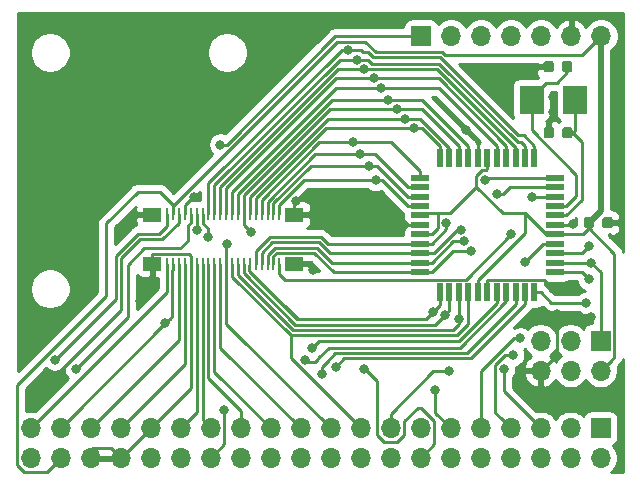
<source format=gbr>
%TF.GenerationSoftware,KiCad,Pcbnew,5.1.5*%
%TF.CreationDate,2020-05-13T22:00:42+02:00*%
%TF.ProjectId,thinkpad-keyboard,7468696e-6b70-4616-942d-6b6579626f61,rev?*%
%TF.SameCoordinates,Original*%
%TF.FileFunction,Copper,L1,Top*%
%TF.FilePolarity,Positive*%
%FSLAX46Y46*%
G04 Gerber Fmt 4.6, Leading zero omitted, Abs format (unit mm)*
G04 Created by KiCad (PCBNEW 5.1.5) date 2020-05-13 22:00:42*
%MOMM*%
%LPD*%
G04 APERTURE LIST*
%ADD10O,1.700000X1.700000*%
%ADD11R,1.700000X1.700000*%
%ADD12R,0.550000X1.500000*%
%ADD13R,1.500000X0.550000*%
%ADD14R,2.000000X2.400000*%
%ADD15R,1.549400X1.150620*%
%ADD16R,0.203200X1.000760*%
%ADD17C,0.050000*%
%ADD18C,0.800000*%
%ADD19C,0.250000*%
%ADD20C,0.500000*%
%ADD21C,0.254000*%
G04 APERTURE END LIST*
D10*
X150040000Y-71600000D03*
X147500000Y-71600000D03*
X144960000Y-71600000D03*
X142420000Y-71600000D03*
X139880000Y-71600000D03*
X137340000Y-71600000D03*
D11*
X134800000Y-71600000D03*
D12*
X144400000Y-93300000D03*
X143600000Y-93300000D03*
X142800000Y-93300000D03*
X142000000Y-93300000D03*
X141200000Y-93300000D03*
X140400000Y-93300000D03*
X139600000Y-93300000D03*
X138800000Y-93300000D03*
X138000000Y-93300000D03*
X137200000Y-93300000D03*
X136400000Y-93300000D03*
D13*
X134700000Y-91600000D03*
X134700000Y-90800000D03*
X134700000Y-90000000D03*
X134700000Y-89200000D03*
X134700000Y-88400000D03*
X134700000Y-87600000D03*
X134700000Y-86800000D03*
X134700000Y-86000000D03*
X134700000Y-85200000D03*
X134700000Y-84400000D03*
X134700000Y-83600000D03*
D12*
X136400000Y-81900000D03*
X137200000Y-81900000D03*
X138000000Y-81900000D03*
X138800000Y-81900000D03*
X139600000Y-81900000D03*
X140400000Y-81900000D03*
X141200000Y-81900000D03*
X142000000Y-81900000D03*
X142800000Y-81900000D03*
X143600000Y-81900000D03*
X144400000Y-81900000D03*
D13*
X146100000Y-83600000D03*
X146100000Y-84400000D03*
X146100000Y-85200000D03*
X146100000Y-86000000D03*
X146100000Y-86800000D03*
X146100000Y-87600000D03*
X146100000Y-88400000D03*
X146100000Y-89200000D03*
X146100000Y-90000000D03*
X146100000Y-90800000D03*
X146100000Y-91600000D03*
D10*
X144920000Y-99940000D03*
X144920000Y-97400000D03*
X147460000Y-99940000D03*
X147460000Y-97400000D03*
X150000000Y-99940000D03*
D11*
X150000000Y-97400000D03*
D14*
X147850000Y-77000000D03*
X144150000Y-77000000D03*
D15*
X124075080Y-86725120D03*
D16*
X122299620Y-86648920D03*
X122800000Y-86648920D03*
X121799240Y-86648920D03*
X121298860Y-86648920D03*
X119299880Y-86648920D03*
X119800260Y-86648920D03*
X120801020Y-86648920D03*
X120300640Y-86648920D03*
X118799500Y-86648920D03*
X118299120Y-86648920D03*
X113300400Y-86648920D03*
X113800780Y-86648920D03*
X115299380Y-86648920D03*
X115799760Y-86648920D03*
X114799000Y-86648920D03*
X114301160Y-86648920D03*
X116300140Y-86648920D03*
X116800520Y-86648920D03*
X117798740Y-86648920D03*
X117300900Y-86648920D03*
D15*
X124075080Y-90875480D03*
D16*
X117300900Y-90949140D03*
X117798740Y-90949140D03*
X116800520Y-90949140D03*
X116300140Y-90949140D03*
X114301160Y-90949140D03*
X114799000Y-90949140D03*
X115799760Y-90949140D03*
X115299380Y-90949140D03*
X113800780Y-90949140D03*
X113300400Y-90949140D03*
X118299120Y-90949140D03*
X118799500Y-90949140D03*
X120300640Y-90949140D03*
X120801020Y-90949140D03*
X119800260Y-90949140D03*
X119299880Y-90949140D03*
X121298860Y-90949140D03*
X121799240Y-90949140D03*
X122800000Y-90949140D03*
X122299620Y-90949140D03*
D15*
X112025320Y-86725120D03*
X112025320Y-90875480D03*
D10*
X101740000Y-107340000D03*
X101740000Y-104800000D03*
X104280000Y-107340000D03*
X104280000Y-104800000D03*
X106820000Y-107340000D03*
X106820000Y-104800000D03*
X109360000Y-107340000D03*
X109360000Y-104800000D03*
X111900000Y-107340000D03*
X111900000Y-104800000D03*
X114440000Y-107340000D03*
X114440000Y-104800000D03*
X116980000Y-107340000D03*
X116980000Y-104800000D03*
X119520000Y-107340000D03*
X119520000Y-104800000D03*
X122060000Y-107340000D03*
X122060000Y-104800000D03*
X124600000Y-107340000D03*
X124600000Y-104800000D03*
X127140000Y-107340000D03*
X127140000Y-104800000D03*
X129680000Y-107340000D03*
X129680000Y-104800000D03*
X132220000Y-107340000D03*
X132220000Y-104800000D03*
X134760000Y-107340000D03*
X134760000Y-104800000D03*
X137300000Y-107340000D03*
X137300000Y-104800000D03*
X139840000Y-107340000D03*
X139840000Y-104800000D03*
X142380000Y-107340000D03*
X142380000Y-104800000D03*
X144920000Y-107340000D03*
X144920000Y-104800000D03*
X147460000Y-107340000D03*
X147460000Y-104800000D03*
X150000000Y-107340000D03*
D11*
X150000000Y-104800000D03*
%TA.AperFunction,SMDPad,CuDef*%
D17*
G36*
X149252691Y-86926053D02*
G01*
X149273926Y-86929203D01*
X149294750Y-86934419D01*
X149314962Y-86941651D01*
X149334368Y-86950830D01*
X149352781Y-86961866D01*
X149370024Y-86974654D01*
X149385930Y-86989070D01*
X149400346Y-87004976D01*
X149413134Y-87022219D01*
X149424170Y-87040632D01*
X149433349Y-87060038D01*
X149440581Y-87080250D01*
X149445797Y-87101074D01*
X149448947Y-87122309D01*
X149450000Y-87143750D01*
X149450000Y-87656250D01*
X149448947Y-87677691D01*
X149445797Y-87698926D01*
X149440581Y-87719750D01*
X149433349Y-87739962D01*
X149424170Y-87759368D01*
X149413134Y-87777781D01*
X149400346Y-87795024D01*
X149385930Y-87810930D01*
X149370024Y-87825346D01*
X149352781Y-87838134D01*
X149334368Y-87849170D01*
X149314962Y-87858349D01*
X149294750Y-87865581D01*
X149273926Y-87870797D01*
X149252691Y-87873947D01*
X149231250Y-87875000D01*
X148793750Y-87875000D01*
X148772309Y-87873947D01*
X148751074Y-87870797D01*
X148730250Y-87865581D01*
X148710038Y-87858349D01*
X148690632Y-87849170D01*
X148672219Y-87838134D01*
X148654976Y-87825346D01*
X148639070Y-87810930D01*
X148624654Y-87795024D01*
X148611866Y-87777781D01*
X148600830Y-87759368D01*
X148591651Y-87739962D01*
X148584419Y-87719750D01*
X148579203Y-87698926D01*
X148576053Y-87677691D01*
X148575000Y-87656250D01*
X148575000Y-87143750D01*
X148576053Y-87122309D01*
X148579203Y-87101074D01*
X148584419Y-87080250D01*
X148591651Y-87060038D01*
X148600830Y-87040632D01*
X148611866Y-87022219D01*
X148624654Y-87004976D01*
X148639070Y-86989070D01*
X148654976Y-86974654D01*
X148672219Y-86961866D01*
X148690632Y-86950830D01*
X148710038Y-86941651D01*
X148730250Y-86934419D01*
X148751074Y-86929203D01*
X148772309Y-86926053D01*
X148793750Y-86925000D01*
X149231250Y-86925000D01*
X149252691Y-86926053D01*
G37*
%TD.AperFunction*%
%TA.AperFunction,SMDPad,CuDef*%
G36*
X150827691Y-86926053D02*
G01*
X150848926Y-86929203D01*
X150869750Y-86934419D01*
X150889962Y-86941651D01*
X150909368Y-86950830D01*
X150927781Y-86961866D01*
X150945024Y-86974654D01*
X150960930Y-86989070D01*
X150975346Y-87004976D01*
X150988134Y-87022219D01*
X150999170Y-87040632D01*
X151008349Y-87060038D01*
X151015581Y-87080250D01*
X151020797Y-87101074D01*
X151023947Y-87122309D01*
X151025000Y-87143750D01*
X151025000Y-87656250D01*
X151023947Y-87677691D01*
X151020797Y-87698926D01*
X151015581Y-87719750D01*
X151008349Y-87739962D01*
X150999170Y-87759368D01*
X150988134Y-87777781D01*
X150975346Y-87795024D01*
X150960930Y-87810930D01*
X150945024Y-87825346D01*
X150927781Y-87838134D01*
X150909368Y-87849170D01*
X150889962Y-87858349D01*
X150869750Y-87865581D01*
X150848926Y-87870797D01*
X150827691Y-87873947D01*
X150806250Y-87875000D01*
X150368750Y-87875000D01*
X150347309Y-87873947D01*
X150326074Y-87870797D01*
X150305250Y-87865581D01*
X150285038Y-87858349D01*
X150265632Y-87849170D01*
X150247219Y-87838134D01*
X150229976Y-87825346D01*
X150214070Y-87810930D01*
X150199654Y-87795024D01*
X150186866Y-87777781D01*
X150175830Y-87759368D01*
X150166651Y-87739962D01*
X150159419Y-87719750D01*
X150154203Y-87698926D01*
X150151053Y-87677691D01*
X150150000Y-87656250D01*
X150150000Y-87143750D01*
X150151053Y-87122309D01*
X150154203Y-87101074D01*
X150159419Y-87080250D01*
X150166651Y-87060038D01*
X150175830Y-87040632D01*
X150186866Y-87022219D01*
X150199654Y-87004976D01*
X150214070Y-86989070D01*
X150229976Y-86974654D01*
X150247219Y-86961866D01*
X150265632Y-86950830D01*
X150285038Y-86941651D01*
X150305250Y-86934419D01*
X150326074Y-86929203D01*
X150347309Y-86926053D01*
X150368750Y-86925000D01*
X150806250Y-86925000D01*
X150827691Y-86926053D01*
G37*
%TD.AperFunction*%
%TA.AperFunction,SMDPad,CuDef*%
G36*
X147427691Y-79326053D02*
G01*
X147448926Y-79329203D01*
X147469750Y-79334419D01*
X147489962Y-79341651D01*
X147509368Y-79350830D01*
X147527781Y-79361866D01*
X147545024Y-79374654D01*
X147560930Y-79389070D01*
X147575346Y-79404976D01*
X147588134Y-79422219D01*
X147599170Y-79440632D01*
X147608349Y-79460038D01*
X147615581Y-79480250D01*
X147620797Y-79501074D01*
X147623947Y-79522309D01*
X147625000Y-79543750D01*
X147625000Y-80056250D01*
X147623947Y-80077691D01*
X147620797Y-80098926D01*
X147615581Y-80119750D01*
X147608349Y-80139962D01*
X147599170Y-80159368D01*
X147588134Y-80177781D01*
X147575346Y-80195024D01*
X147560930Y-80210930D01*
X147545024Y-80225346D01*
X147527781Y-80238134D01*
X147509368Y-80249170D01*
X147489962Y-80258349D01*
X147469750Y-80265581D01*
X147448926Y-80270797D01*
X147427691Y-80273947D01*
X147406250Y-80275000D01*
X146968750Y-80275000D01*
X146947309Y-80273947D01*
X146926074Y-80270797D01*
X146905250Y-80265581D01*
X146885038Y-80258349D01*
X146865632Y-80249170D01*
X146847219Y-80238134D01*
X146829976Y-80225346D01*
X146814070Y-80210930D01*
X146799654Y-80195024D01*
X146786866Y-80177781D01*
X146775830Y-80159368D01*
X146766651Y-80139962D01*
X146759419Y-80119750D01*
X146754203Y-80098926D01*
X146751053Y-80077691D01*
X146750000Y-80056250D01*
X146750000Y-79543750D01*
X146751053Y-79522309D01*
X146754203Y-79501074D01*
X146759419Y-79480250D01*
X146766651Y-79460038D01*
X146775830Y-79440632D01*
X146786866Y-79422219D01*
X146799654Y-79404976D01*
X146814070Y-79389070D01*
X146829976Y-79374654D01*
X146847219Y-79361866D01*
X146865632Y-79350830D01*
X146885038Y-79341651D01*
X146905250Y-79334419D01*
X146926074Y-79329203D01*
X146947309Y-79326053D01*
X146968750Y-79325000D01*
X147406250Y-79325000D01*
X147427691Y-79326053D01*
G37*
%TD.AperFunction*%
%TA.AperFunction,SMDPad,CuDef*%
G36*
X145852691Y-79326053D02*
G01*
X145873926Y-79329203D01*
X145894750Y-79334419D01*
X145914962Y-79341651D01*
X145934368Y-79350830D01*
X145952781Y-79361866D01*
X145970024Y-79374654D01*
X145985930Y-79389070D01*
X146000346Y-79404976D01*
X146013134Y-79422219D01*
X146024170Y-79440632D01*
X146033349Y-79460038D01*
X146040581Y-79480250D01*
X146045797Y-79501074D01*
X146048947Y-79522309D01*
X146050000Y-79543750D01*
X146050000Y-80056250D01*
X146048947Y-80077691D01*
X146045797Y-80098926D01*
X146040581Y-80119750D01*
X146033349Y-80139962D01*
X146024170Y-80159368D01*
X146013134Y-80177781D01*
X146000346Y-80195024D01*
X145985930Y-80210930D01*
X145970024Y-80225346D01*
X145952781Y-80238134D01*
X145934368Y-80249170D01*
X145914962Y-80258349D01*
X145894750Y-80265581D01*
X145873926Y-80270797D01*
X145852691Y-80273947D01*
X145831250Y-80275000D01*
X145393750Y-80275000D01*
X145372309Y-80273947D01*
X145351074Y-80270797D01*
X145330250Y-80265581D01*
X145310038Y-80258349D01*
X145290632Y-80249170D01*
X145272219Y-80238134D01*
X145254976Y-80225346D01*
X145239070Y-80210930D01*
X145224654Y-80195024D01*
X145211866Y-80177781D01*
X145200830Y-80159368D01*
X145191651Y-80139962D01*
X145184419Y-80119750D01*
X145179203Y-80098926D01*
X145176053Y-80077691D01*
X145175000Y-80056250D01*
X145175000Y-79543750D01*
X145176053Y-79522309D01*
X145179203Y-79501074D01*
X145184419Y-79480250D01*
X145191651Y-79460038D01*
X145200830Y-79440632D01*
X145211866Y-79422219D01*
X145224654Y-79404976D01*
X145239070Y-79389070D01*
X145254976Y-79374654D01*
X145272219Y-79361866D01*
X145290632Y-79350830D01*
X145310038Y-79341651D01*
X145330250Y-79334419D01*
X145351074Y-79329203D01*
X145372309Y-79326053D01*
X145393750Y-79325000D01*
X145831250Y-79325000D01*
X145852691Y-79326053D01*
G37*
%TD.AperFunction*%
%TA.AperFunction,SMDPad,CuDef*%
G36*
X145840191Y-73726053D02*
G01*
X145861426Y-73729203D01*
X145882250Y-73734419D01*
X145902462Y-73741651D01*
X145921868Y-73750830D01*
X145940281Y-73761866D01*
X145957524Y-73774654D01*
X145973430Y-73789070D01*
X145987846Y-73804976D01*
X146000634Y-73822219D01*
X146011670Y-73840632D01*
X146020849Y-73860038D01*
X146028081Y-73880250D01*
X146033297Y-73901074D01*
X146036447Y-73922309D01*
X146037500Y-73943750D01*
X146037500Y-74456250D01*
X146036447Y-74477691D01*
X146033297Y-74498926D01*
X146028081Y-74519750D01*
X146020849Y-74539962D01*
X146011670Y-74559368D01*
X146000634Y-74577781D01*
X145987846Y-74595024D01*
X145973430Y-74610930D01*
X145957524Y-74625346D01*
X145940281Y-74638134D01*
X145921868Y-74649170D01*
X145902462Y-74658349D01*
X145882250Y-74665581D01*
X145861426Y-74670797D01*
X145840191Y-74673947D01*
X145818750Y-74675000D01*
X145381250Y-74675000D01*
X145359809Y-74673947D01*
X145338574Y-74670797D01*
X145317750Y-74665581D01*
X145297538Y-74658349D01*
X145278132Y-74649170D01*
X145259719Y-74638134D01*
X145242476Y-74625346D01*
X145226570Y-74610930D01*
X145212154Y-74595024D01*
X145199366Y-74577781D01*
X145188330Y-74559368D01*
X145179151Y-74539962D01*
X145171919Y-74519750D01*
X145166703Y-74498926D01*
X145163553Y-74477691D01*
X145162500Y-74456250D01*
X145162500Y-73943750D01*
X145163553Y-73922309D01*
X145166703Y-73901074D01*
X145171919Y-73880250D01*
X145179151Y-73860038D01*
X145188330Y-73840632D01*
X145199366Y-73822219D01*
X145212154Y-73804976D01*
X145226570Y-73789070D01*
X145242476Y-73774654D01*
X145259719Y-73761866D01*
X145278132Y-73750830D01*
X145297538Y-73741651D01*
X145317750Y-73734419D01*
X145338574Y-73729203D01*
X145359809Y-73726053D01*
X145381250Y-73725000D01*
X145818750Y-73725000D01*
X145840191Y-73726053D01*
G37*
%TD.AperFunction*%
%TA.AperFunction,SMDPad,CuDef*%
G36*
X147415191Y-73726053D02*
G01*
X147436426Y-73729203D01*
X147457250Y-73734419D01*
X147477462Y-73741651D01*
X147496868Y-73750830D01*
X147515281Y-73761866D01*
X147532524Y-73774654D01*
X147548430Y-73789070D01*
X147562846Y-73804976D01*
X147575634Y-73822219D01*
X147586670Y-73840632D01*
X147595849Y-73860038D01*
X147603081Y-73880250D01*
X147608297Y-73901074D01*
X147611447Y-73922309D01*
X147612500Y-73943750D01*
X147612500Y-74456250D01*
X147611447Y-74477691D01*
X147608297Y-74498926D01*
X147603081Y-74519750D01*
X147595849Y-74539962D01*
X147586670Y-74559368D01*
X147575634Y-74577781D01*
X147562846Y-74595024D01*
X147548430Y-74610930D01*
X147532524Y-74625346D01*
X147515281Y-74638134D01*
X147496868Y-74649170D01*
X147477462Y-74658349D01*
X147457250Y-74665581D01*
X147436426Y-74670797D01*
X147415191Y-74673947D01*
X147393750Y-74675000D01*
X146956250Y-74675000D01*
X146934809Y-74673947D01*
X146913574Y-74670797D01*
X146892750Y-74665581D01*
X146872538Y-74658349D01*
X146853132Y-74649170D01*
X146834719Y-74638134D01*
X146817476Y-74625346D01*
X146801570Y-74610930D01*
X146787154Y-74595024D01*
X146774366Y-74577781D01*
X146763330Y-74559368D01*
X146754151Y-74539962D01*
X146746919Y-74519750D01*
X146741703Y-74498926D01*
X146738553Y-74477691D01*
X146737500Y-74456250D01*
X146737500Y-73943750D01*
X146738553Y-73922309D01*
X146741703Y-73901074D01*
X146746919Y-73880250D01*
X146754151Y-73860038D01*
X146763330Y-73840632D01*
X146774366Y-73822219D01*
X146787154Y-73804976D01*
X146801570Y-73789070D01*
X146817476Y-73774654D01*
X146834719Y-73761866D01*
X146853132Y-73750830D01*
X146872538Y-73741651D01*
X146892750Y-73734419D01*
X146913574Y-73729203D01*
X146934809Y-73726053D01*
X146956250Y-73725000D01*
X147393750Y-73725000D01*
X147415191Y-73726053D01*
G37*
%TD.AperFunction*%
D18*
X146000000Y-76800000D03*
X146000000Y-78000000D03*
X138600000Y-79600000D03*
X146284999Y-95115001D03*
X147700000Y-87500000D03*
X146000000Y-93000000D03*
X128200000Y-70000000D03*
X127200000Y-70000000D03*
X126000000Y-70000000D03*
X142200000Y-77400000D03*
X140600000Y-76000000D03*
X142200000Y-76000000D03*
X150000000Y-102800000D03*
X150600000Y-101800000D03*
X151200000Y-102800000D03*
X151400000Y-73600000D03*
X151400000Y-75200000D03*
X106800000Y-90200000D03*
X104000000Y-90200000D03*
X105600000Y-88200000D03*
X106800000Y-77200000D03*
X109400000Y-77200000D03*
X108200000Y-75400000D03*
X111400000Y-92800000D03*
X111000000Y-94000000D03*
X109200000Y-88200000D03*
X110000000Y-87400000D03*
X115600000Y-85200000D03*
X125612150Y-91387850D03*
X124200000Y-85600000D03*
X118200000Y-78600000D03*
X123600000Y-73200000D03*
X104000000Y-100800000D03*
X120400000Y-76400000D03*
X121800000Y-75000000D03*
X149200000Y-95400000D03*
X148800000Y-94200000D03*
X149000000Y-92200000D03*
X149200000Y-90800000D03*
X149000000Y-89400000D03*
X143600000Y-90700000D03*
X125000000Y-99000000D03*
X103800000Y-99000000D03*
X125600000Y-98000000D03*
X144200000Y-85200000D03*
X113140000Y-95940000D03*
X130800000Y-75200000D03*
X127600000Y-99600000D03*
X105600000Y-99800000D03*
X115800000Y-88000000D03*
X126400000Y-100200000D03*
X140200000Y-83800000D03*
X116800000Y-88600000D03*
X118155001Y-103244999D03*
X128600000Y-72800000D03*
X129400000Y-73600000D03*
X130000000Y-74400000D03*
X117800000Y-80800000D03*
X118400000Y-89200000D03*
X141200000Y-85000000D03*
X131400000Y-76000000D03*
X132000000Y-77000000D03*
X137200000Y-100000000D03*
X138000000Y-95600000D03*
X132800000Y-77800000D03*
X130000000Y-99800000D03*
X120400000Y-88200000D03*
X136800000Y-95200000D03*
X133400000Y-78600000D03*
X135800000Y-95000000D03*
X136000000Y-101600000D03*
X142400000Y-88400000D03*
X134200000Y-79400000D03*
X143200000Y-97200000D03*
X136950000Y-87450000D03*
X129000000Y-80600000D03*
X142600000Y-98600000D03*
X138200000Y-88000000D03*
X129600000Y-81600000D03*
X141800000Y-99800000D03*
X138400000Y-89000000D03*
X130400000Y-82600000D03*
X139000000Y-89800000D03*
X131000000Y-83800000D03*
D19*
X115299380Y-101400620D02*
X111900000Y-104800000D01*
X115299380Y-90949140D02*
X115299380Y-101400620D01*
X125099780Y-86725120D02*
X124075080Y-86725120D01*
X132825120Y-86725120D02*
X125099780Y-86725120D01*
X133700000Y-87600000D02*
X132825120Y-86725120D01*
X134700000Y-87600000D02*
X133700000Y-87600000D01*
X139600000Y-81900000D02*
X139600000Y-80600000D01*
X139600000Y-80600000D02*
X138600000Y-79600000D01*
X138600000Y-79600000D02*
X138600000Y-79600000D01*
X146284999Y-98575001D02*
X146284999Y-95115001D01*
X144920000Y-99940000D02*
X146284999Y-98575001D01*
X146284999Y-95115001D02*
X146284999Y-95084999D01*
X146100000Y-87600000D02*
X147600000Y-87600000D01*
X147600000Y-87600000D02*
X147700000Y-87500000D01*
X147700000Y-87500000D02*
X147800000Y-87400000D01*
X140475001Y-92224999D02*
X145224999Y-92224999D01*
X140400000Y-93300000D02*
X140400000Y-92300000D01*
X140400000Y-92300000D02*
X140475001Y-92224999D01*
X145224999Y-92224999D02*
X146000000Y-93000000D01*
X146000000Y-93000000D02*
X146000000Y-93000000D01*
X109360000Y-107340000D02*
X111900000Y-104800000D01*
X115299380Y-90198760D02*
X115299380Y-90949140D01*
X112042586Y-90032904D02*
X115133524Y-90032904D01*
X115133524Y-90032904D02*
X115299380Y-90198760D01*
X112025320Y-90050170D02*
X112042586Y-90032904D01*
X112025320Y-90875480D02*
X112025320Y-90050170D01*
X114799000Y-85898540D02*
X115497540Y-85200000D01*
X114799000Y-86648920D02*
X114799000Y-85898540D01*
X115497540Y-85200000D02*
X115600000Y-85200000D01*
X115600000Y-85200000D02*
X115600000Y-85200000D01*
X125099780Y-90875480D02*
X125612150Y-91387850D01*
X124075080Y-90875480D02*
X125099780Y-90875480D01*
X125612150Y-91387850D02*
X125624300Y-91400000D01*
X124075080Y-85899810D02*
X124200000Y-85774890D01*
X124075080Y-86725120D02*
X124075080Y-85899810D01*
X124200000Y-85774890D02*
X124200000Y-85600000D01*
X124200000Y-85600000D02*
X124200000Y-85600000D01*
X106369991Y-107153599D02*
X106369991Y-107340000D01*
X107033589Y-106490001D02*
X106369991Y-107153599D01*
X109360000Y-107340000D02*
X108510001Y-106490001D01*
X108510001Y-106490001D02*
X107033589Y-106490001D01*
X114301160Y-87399300D02*
X114301160Y-86648920D01*
X112900461Y-88799999D02*
X114301160Y-87399300D01*
X109400000Y-90400000D02*
X111000001Y-88799999D01*
X111000001Y-88799999D02*
X112900461Y-88799999D01*
X109399999Y-94834316D02*
X109400000Y-90400000D01*
X104000000Y-100234315D02*
X109399999Y-94834316D01*
X104000000Y-100800000D02*
X104000000Y-100234315D01*
X144150000Y-78450000D02*
X144150000Y-77000000D01*
X144150000Y-79581494D02*
X144150000Y-78450000D01*
X147950010Y-83381504D02*
X144150000Y-79581494D01*
X147950010Y-85149990D02*
X147950010Y-83381504D01*
X147100000Y-86000000D02*
X147950010Y-85149990D01*
X146100000Y-86000000D02*
X147100000Y-86000000D01*
X147175000Y-74675000D02*
X147175000Y-74200000D01*
X146300000Y-75550000D02*
X147175000Y-74675000D01*
X145400000Y-75550000D02*
X146300000Y-75550000D01*
X144150000Y-76800000D02*
X145400000Y-75550000D01*
X144150000Y-77000000D02*
X144150000Y-76800000D01*
X147850000Y-78450000D02*
X147850000Y-77000000D01*
X147850000Y-79575000D02*
X147850000Y-78450000D01*
X147625000Y-79800000D02*
X147850000Y-79575000D01*
X147100000Y-86800000D02*
X146100000Y-86800000D01*
X148400019Y-85499981D02*
X147100000Y-86800000D01*
X148400019Y-80575019D02*
X148400019Y-85499981D01*
X147625000Y-79800000D02*
X148400019Y-80575019D01*
X147187500Y-79800000D02*
X147625000Y-79800000D01*
X148487500Y-88400000D02*
X149012500Y-87875000D01*
X146100000Y-88400000D02*
X148487500Y-88400000D01*
D20*
X150000000Y-86412500D02*
X149012500Y-87400000D01*
X150000000Y-71600000D02*
X150000000Y-86412500D01*
D19*
X146100000Y-88400000D02*
X145289998Y-88400000D01*
X145289998Y-88316996D02*
X143573002Y-86600000D01*
X145289998Y-88400000D02*
X145289998Y-88316996D01*
X140324999Y-82975001D02*
X140400000Y-82900000D01*
X139951997Y-82975001D02*
X140324999Y-82975001D01*
X139474999Y-83451999D02*
X139951997Y-82975001D01*
X140400000Y-82900000D02*
X140400000Y-81900000D01*
X139474999Y-84348001D02*
X139474999Y-83451999D01*
X141726998Y-86600000D02*
X139474999Y-84348001D01*
X143574999Y-88325001D02*
X143574999Y-86625001D01*
X143574999Y-86625001D02*
X143600000Y-86600000D01*
X139600000Y-92300000D02*
X143574999Y-88325001D01*
X139600000Y-93300000D02*
X139600000Y-92300000D01*
X143600000Y-86600000D02*
X141726998Y-86600000D01*
X143573002Y-86600000D02*
X143600000Y-86600000D01*
X150849999Y-99090001D02*
X150000000Y-99940000D01*
X151175001Y-98764999D02*
X150849999Y-99090001D01*
X151175001Y-90037501D02*
X151175001Y-98764999D01*
X149012500Y-87875000D02*
X151175001Y-90037501D01*
X149012500Y-87400000D02*
X149012500Y-87875000D01*
X134800000Y-86800000D02*
X134999999Y-86600001D01*
X137222999Y-86600001D02*
X139474999Y-84348001D01*
X134700000Y-86800000D02*
X134800000Y-86800000D01*
X113800780Y-85962318D02*
X127688099Y-72074999D01*
X127688099Y-72074999D02*
X130074999Y-72074999D01*
X113800780Y-86648920D02*
X113800780Y-85962318D01*
X130074999Y-72074999D02*
X130949990Y-72949990D01*
X100564999Y-101161999D02*
X108126998Y-93600000D01*
X100564999Y-107904001D02*
X100564999Y-101161999D01*
X101175999Y-108515001D02*
X100564999Y-107904001D01*
X104280000Y-107340000D02*
X103104999Y-108515001D01*
X103104999Y-108515001D02*
X101175999Y-108515001D01*
X108126998Y-93600000D02*
X108126998Y-87473002D01*
X108126998Y-87473002D02*
X110800000Y-84800000D01*
X113800780Y-85898540D02*
X113800780Y-86648920D01*
X112702240Y-84800000D02*
X113800780Y-85898540D01*
X110800000Y-84800000D02*
X112702240Y-84800000D01*
X136200000Y-87900000D02*
X136200000Y-86600000D01*
X134999999Y-86600001D02*
X136200000Y-86600000D01*
X135700000Y-88400000D02*
X136200000Y-87900000D01*
X134700000Y-88400000D02*
X135700000Y-88400000D01*
X136200000Y-86600000D02*
X137222999Y-86600001D01*
X150040000Y-71600000D02*
X148440000Y-73200000D01*
X136595630Y-72949990D02*
X130949990Y-72949990D01*
X136845640Y-73200000D02*
X136595630Y-72949990D01*
X148440000Y-73200000D02*
X136845640Y-73200000D01*
X144925000Y-93300000D02*
X145825000Y-94200000D01*
X144400000Y-93300000D02*
X144925000Y-93300000D01*
X145825000Y-94200000D02*
X148800000Y-94200000D01*
X148800000Y-94200000D02*
X148800000Y-94200000D01*
X148800000Y-94200000D02*
X149000000Y-94200000D01*
X147100000Y-91600000D02*
X146100000Y-91600000D01*
X146100000Y-91600000D02*
X148400000Y-91600000D01*
X148400000Y-91600000D02*
X149000000Y-92200000D01*
X149000000Y-92200000D02*
X149000000Y-92200000D01*
X147100000Y-90800000D02*
X146100000Y-90800000D01*
X147100000Y-90800000D02*
X149000000Y-90800000D01*
X149000000Y-90800000D02*
X149200000Y-90800000D01*
X149200000Y-90800000D02*
X149200000Y-90800000D01*
X150000000Y-91600000D02*
X150000000Y-97400000D01*
X149200000Y-90800000D02*
X150000000Y-91600000D01*
X147100000Y-90000000D02*
X146100000Y-90000000D01*
X147100000Y-90000000D02*
X148400000Y-90000000D01*
X148400000Y-90000000D02*
X149000000Y-89400000D01*
X149000000Y-89400000D02*
X149000000Y-89400000D01*
X145100000Y-89200000D02*
X143600000Y-90700000D01*
X146100000Y-89200000D02*
X145100000Y-89200000D01*
X143600000Y-90700000D02*
X143600000Y-90700000D01*
X142000000Y-94072826D02*
X138072826Y-98000000D01*
X142000000Y-93300000D02*
X142000000Y-94072826D01*
X138072826Y-98000000D02*
X127000000Y-98000000D01*
X127000000Y-98000000D02*
X126200000Y-98800000D01*
X126200000Y-98800000D02*
X126000000Y-99000000D01*
X126000000Y-99000000D02*
X125800000Y-99200000D01*
X125800000Y-99200000D02*
X125400000Y-99200000D01*
X125400000Y-99200000D02*
X125400000Y-99200000D01*
X125400000Y-99200000D02*
X125200000Y-99200000D01*
X125200000Y-99200000D02*
X125000000Y-99000000D01*
X125000000Y-99000000D02*
X125000000Y-99000000D01*
X113300400Y-87399300D02*
X113300400Y-86648920D01*
X112650010Y-88349990D02*
X113300400Y-87699600D01*
X113300400Y-87699600D02*
X113300400Y-87399300D01*
X110813600Y-88349990D02*
X112650010Y-88349990D01*
X103800000Y-99000000D02*
X108949990Y-93850010D01*
X111979388Y-88349990D02*
X112600000Y-88349990D01*
X110813600Y-88349990D02*
X111979388Y-88349990D01*
X108949990Y-93850010D02*
X108949991Y-90213599D01*
X108949991Y-90213599D02*
X110813600Y-88349990D01*
X113300400Y-93239600D02*
X101740000Y-104800000D01*
X113300400Y-90949140D02*
X113300400Y-93239600D01*
X141200000Y-94236416D02*
X138036378Y-97400038D01*
X141200000Y-93300000D02*
X141200000Y-94236416D01*
X138036378Y-97400038D02*
X126199962Y-97400038D01*
X126199962Y-97400038D02*
X125600000Y-98000000D01*
X125600000Y-98000000D02*
X125600000Y-98000000D01*
X105129999Y-103950001D02*
X104280000Y-104800000D01*
X113750410Y-95329590D02*
X113540000Y-95540000D01*
X113800780Y-91399220D02*
X113750410Y-91449590D01*
X113750410Y-91449590D02*
X113750410Y-95329590D01*
X113800780Y-90949140D02*
X113800780Y-91399220D01*
X146100000Y-85200000D02*
X145100000Y-85200000D01*
X145100000Y-85200000D02*
X144200000Y-85200000D01*
X144200000Y-85200000D02*
X144200000Y-85200000D01*
X113540000Y-95540000D02*
X113140000Y-95940000D01*
X144200000Y-85200000D02*
X144200000Y-85200000D01*
X113140000Y-95940000D02*
X105129999Y-103950001D01*
X142000000Y-81900000D02*
X142000000Y-80900000D01*
X142000000Y-80900000D02*
X136300000Y-75200000D01*
X118299120Y-85898540D02*
X118299120Y-86648920D01*
X118299120Y-84500880D02*
X118299120Y-85898540D01*
X127600000Y-75200000D02*
X118299120Y-84500880D01*
X136300000Y-75200000D02*
X131400000Y-75200000D01*
X131400000Y-75200000D02*
X130800000Y-75200000D01*
X130800000Y-75200000D02*
X127600000Y-75200000D01*
X114301160Y-97318840D02*
X106820000Y-104800000D01*
X114301160Y-90949140D02*
X114301160Y-97318840D01*
X114799000Y-99361000D02*
X109360000Y-104800000D01*
X114799000Y-90949140D02*
X114799000Y-99361000D01*
X143600000Y-94300000D02*
X138999980Y-98900020D01*
X143600000Y-93300000D02*
X143600000Y-94300000D01*
X138999980Y-98900020D02*
X128299980Y-98900020D01*
X128299980Y-98900020D02*
X127600000Y-99600000D01*
X127600000Y-99600000D02*
X127600000Y-99600000D01*
X127600000Y-99600000D02*
X127600000Y-99600000D01*
X105600000Y-99800000D02*
X105600000Y-99800000D01*
X105600000Y-99800000D02*
X110000000Y-95400000D01*
X110000000Y-95400000D02*
X110000000Y-90965788D01*
X111382894Y-89582894D02*
X114417106Y-89582894D01*
X110000000Y-90965788D02*
X111382894Y-89582894D01*
X115074999Y-87623681D02*
X115299380Y-87399300D01*
X115299380Y-87399300D02*
X115299380Y-86648920D01*
X115074999Y-88925001D02*
X115074999Y-87623681D01*
X114417106Y-89582894D02*
X115074999Y-88925001D01*
X115800000Y-86649160D02*
X115799760Y-86648920D01*
X115800000Y-88000000D02*
X115800000Y-86649160D01*
X138649990Y-98450010D02*
X127600000Y-98450010D01*
X142800000Y-93300000D02*
X142800000Y-94300000D01*
X142800000Y-94300000D02*
X138649990Y-98450010D01*
X127600000Y-98450010D02*
X127549990Y-98450010D01*
X127549990Y-98450010D02*
X126800000Y-99200000D01*
X126800000Y-99200000D02*
X126400000Y-99600000D01*
X126400000Y-99600000D02*
X126400000Y-100200000D01*
X126400000Y-100200000D02*
X126400000Y-100200000D01*
X115799760Y-103440240D02*
X114440000Y-104800000D01*
X115799760Y-90949140D02*
X115799760Y-103440240D01*
X143800000Y-83600000D02*
X146100000Y-83600000D01*
X143800000Y-83600000D02*
X140400000Y-83600000D01*
X140400000Y-83600000D02*
X140200000Y-83800000D01*
X140200000Y-83800000D02*
X140200000Y-83800000D01*
X116800000Y-88034315D02*
X116800000Y-88600000D01*
X116800000Y-87926998D02*
X116800000Y-88034315D01*
X116300140Y-87427138D02*
X116800000Y-87926998D01*
X116300140Y-86648920D02*
X116300140Y-87427138D01*
X118155001Y-106164999D02*
X118155001Y-103244999D01*
X116980000Y-107340000D02*
X118155001Y-106164999D01*
X118155001Y-103244999D02*
X118155001Y-103244999D01*
X116300140Y-104120140D02*
X116980000Y-104800000D01*
X116300140Y-90949140D02*
X116300140Y-104120140D01*
X144400000Y-81900000D02*
X144400000Y-80900000D01*
X116800520Y-85898540D02*
X116800520Y-86648920D01*
X116800520Y-84090250D02*
X116800520Y-85898540D01*
X128090770Y-72800000D02*
X116800520Y-84090250D01*
X128600000Y-72800000D02*
X128090770Y-72800000D01*
X129873002Y-73000000D02*
X129673002Y-72800000D01*
X130309412Y-73000000D02*
X129873002Y-73000000D01*
X143500000Y-80000000D02*
X143009230Y-80000000D01*
X129673002Y-72800000D02*
X129165685Y-72800000D01*
X136409230Y-73400000D02*
X130709412Y-73400000D01*
X144400000Y-80900000D02*
X143500000Y-80000000D01*
X143009230Y-80000000D02*
X136409230Y-73400000D01*
X129165685Y-72800000D02*
X128600000Y-72800000D01*
X130709412Y-73400000D02*
X130309412Y-73000000D01*
X119520000Y-104800000D02*
X119520000Y-103320000D01*
X116800520Y-100600520D02*
X116800520Y-90949140D01*
X119520000Y-103320000D02*
X116800520Y-100600520D01*
X117300900Y-85898540D02*
X117300900Y-86648920D01*
X117300900Y-84226280D02*
X117300900Y-85898540D01*
X127927180Y-73600000D02*
X117300900Y-84226280D01*
X129400000Y-73600000D02*
X127927180Y-73600000D01*
X129965685Y-73600000D02*
X129400000Y-73600000D01*
X130622992Y-73949990D02*
X130273002Y-73600000D01*
X143600000Y-81900000D02*
X143600000Y-80900000D01*
X143600000Y-80900000D02*
X143300000Y-80600000D01*
X142972820Y-80600000D02*
X136322810Y-73949990D01*
X143300000Y-80600000D02*
X142972820Y-80600000D01*
X130273002Y-73600000D02*
X129965685Y-73600000D01*
X136322810Y-73949990D02*
X130622992Y-73949990D01*
X117300900Y-100040900D02*
X122060000Y-104800000D01*
X117300900Y-90949140D02*
X117300900Y-100040900D01*
X117798740Y-85898540D02*
X117798740Y-86648920D01*
X142800000Y-81900000D02*
X142800000Y-81063590D01*
X142800000Y-81063590D02*
X136136410Y-74400000D01*
X127763590Y-74400000D02*
X117798740Y-84364850D01*
X117798740Y-84364850D02*
X117798740Y-85898540D01*
X136136410Y-74400000D02*
X130400000Y-74400000D01*
X130400000Y-74400000D02*
X130000000Y-74400000D01*
X130000000Y-74400000D02*
X127763590Y-74400000D01*
X117798740Y-97998740D02*
X124600000Y-104800000D01*
X117798740Y-90949140D02*
X117798740Y-97998740D01*
X118299120Y-95959120D02*
X118970000Y-96630000D01*
X118299120Y-90949140D02*
X118299120Y-95959120D01*
X118970000Y-96630000D02*
X127140000Y-104800000D01*
X133700000Y-71600000D02*
X133675011Y-71624989D01*
X134800000Y-71600000D02*
X133700000Y-71600000D01*
X133700000Y-71600000D02*
X127526688Y-71600000D01*
X127526688Y-71600000D02*
X118326688Y-80800000D01*
X118326688Y-80800000D02*
X117800000Y-80800000D01*
X117800000Y-80800000D02*
X117800000Y-80800000D01*
X118299120Y-90949140D02*
X118299120Y-89300880D01*
X118299120Y-89300880D02*
X118400000Y-89200000D01*
X118400000Y-89200000D02*
X118400000Y-89200000D01*
X145100000Y-84400000D02*
X146100000Y-84400000D01*
X142365685Y-84400000D02*
X145100000Y-84400000D01*
X141765685Y-85000000D02*
X142365685Y-84400000D01*
X141200000Y-85000000D02*
X141765685Y-85000000D01*
X141200000Y-81900000D02*
X141200000Y-80900000D01*
X141200000Y-80900000D02*
X136300000Y-76000000D01*
X118799500Y-85898540D02*
X118799500Y-86648920D01*
X127607260Y-76000000D02*
X118799500Y-84807760D01*
X118799500Y-84807760D02*
X118799500Y-85898540D01*
X136300000Y-76000000D02*
X132400000Y-76000000D01*
X132400000Y-76000000D02*
X131400000Y-76000000D01*
X131400000Y-76000000D02*
X127607260Y-76000000D01*
X118799500Y-91699520D02*
X118799500Y-90949140D01*
X118799500Y-91971580D02*
X118799500Y-91699520D01*
X123777948Y-96950028D02*
X118799500Y-91971580D01*
X123777948Y-98897948D02*
X129680000Y-104800000D01*
X123777948Y-96950028D02*
X123777948Y-98897948D01*
X138800000Y-96000000D02*
X138800000Y-93300000D01*
X123777948Y-96950028D02*
X137849971Y-96950029D01*
X137849971Y-96950029D02*
X138300000Y-96500000D01*
X138300000Y-96500000D02*
X138800000Y-96000000D01*
X138800000Y-81900000D02*
X138800000Y-80900000D01*
X134900000Y-77000000D02*
X133200000Y-77000000D01*
X138800000Y-80900000D02*
X134900000Y-77000000D01*
X119299880Y-84943790D02*
X119299880Y-86648920D01*
X127243670Y-77000000D02*
X119299880Y-84943790D01*
X133200000Y-77000000D02*
X132000000Y-77000000D01*
X132000000Y-77000000D02*
X127243670Y-77000000D01*
X132220000Y-103597919D02*
X132220000Y-104800000D01*
X135817919Y-100000000D02*
X132220000Y-103597919D01*
X137200000Y-100000000D02*
X135817919Y-100000000D01*
X137499981Y-96500019D02*
X138000000Y-96000000D01*
X138000000Y-96000000D02*
X138000000Y-95600000D01*
X123964349Y-96500019D02*
X137499981Y-96500019D01*
X119299880Y-90949140D02*
X119299880Y-91835550D01*
X119299880Y-91835550D02*
X123964349Y-96500019D01*
X138000000Y-95600000D02*
X138000000Y-93300000D01*
X138000000Y-81900000D02*
X138000000Y-80900000D01*
X138000000Y-80900000D02*
X134900000Y-77800000D01*
X134900000Y-77800000D02*
X134000000Y-77800000D01*
X119800260Y-85079820D02*
X119800260Y-86648920D01*
X127080080Y-77800000D02*
X119800260Y-85079820D01*
X134000000Y-77800000D02*
X132800000Y-77800000D01*
X132800000Y-77800000D02*
X127080080Y-77800000D01*
X131044999Y-105364001D02*
X131044999Y-101044999D01*
X132784001Y-105975001D02*
X131655999Y-105975001D01*
X131655999Y-105975001D02*
X131044999Y-105364001D01*
X133395001Y-105364001D02*
X132784001Y-105975001D01*
X135935001Y-106164999D02*
X135935001Y-104235999D01*
X134800000Y-103100998D02*
X134530002Y-103100998D01*
X134760000Y-107340000D02*
X135935001Y-106164999D01*
X135935001Y-104235999D02*
X134800000Y-103100998D01*
X133395001Y-104235999D02*
X133395001Y-105364001D01*
X134530002Y-103100998D02*
X133395001Y-104235999D01*
X131044999Y-101044999D02*
X131044999Y-100844999D01*
X131044999Y-100844999D02*
X130200000Y-100000000D01*
X130200000Y-100000000D02*
X130000000Y-99800000D01*
X130000000Y-99800000D02*
X130000000Y-99800000D01*
X119800260Y-87600260D02*
X120400000Y-88200000D01*
X119800260Y-86648920D02*
X119800260Y-87600260D01*
X135949990Y-96050010D02*
X136800000Y-95200000D01*
X137200000Y-94800000D02*
X137200000Y-93300000D01*
X124150750Y-96050010D02*
X135949990Y-96050010D01*
X119800260Y-90949140D02*
X119800260Y-91699520D01*
X119800260Y-91699520D02*
X124150750Y-96050010D01*
X136800000Y-95200000D02*
X137200000Y-94800000D01*
X137200000Y-81063590D02*
X134736410Y-78600000D01*
X137200000Y-81900000D02*
X137200000Y-81063590D01*
X120300640Y-85898540D02*
X120300640Y-86648920D01*
X120300640Y-85215850D02*
X120300640Y-85898540D01*
X126916490Y-78600000D02*
X120300640Y-85215850D01*
X134736410Y-78600000D02*
X133400000Y-78600000D01*
X133400000Y-78600000D02*
X126916490Y-78600000D01*
X136400000Y-93300000D02*
X136400000Y-94400000D01*
X136400000Y-94400000D02*
X135800000Y-95000000D01*
X135200000Y-95600000D02*
X124400000Y-95600000D01*
X124400000Y-95600000D02*
X124337150Y-95600000D01*
X124337150Y-95600000D02*
X120250270Y-91513120D01*
X120250270Y-91513120D02*
X120250270Y-91000000D01*
X135800000Y-95000000D02*
X135200000Y-95600000D01*
X136000000Y-103500000D02*
X137300000Y-104800000D01*
X136000000Y-101600000D02*
X136000000Y-103500000D01*
X122800000Y-90949140D02*
X122800000Y-91699520D01*
X122800000Y-91783300D02*
X123241699Y-92224999D01*
X122800000Y-90949140D02*
X122800000Y-91783300D01*
X123241699Y-94441699D02*
X124400000Y-95600000D01*
X142400000Y-88400000D02*
X142400000Y-88400000D01*
X138575001Y-92224999D02*
X142400000Y-88400000D01*
X123241699Y-92224999D02*
X138575001Y-92224999D01*
X136400000Y-81900000D02*
X136400000Y-80900000D01*
X134900000Y-79400000D02*
X134200000Y-79400000D01*
X136400000Y-80900000D02*
X134900000Y-79400000D01*
X120801020Y-85351880D02*
X120801020Y-86648920D01*
X126752900Y-79400000D02*
X120801020Y-85351880D01*
X134200000Y-79400000D02*
X126752900Y-79400000D01*
X120848850Y-90901310D02*
X120801020Y-90949140D01*
X126909228Y-89200000D02*
X126334367Y-88625141D01*
X134700000Y-89200000D02*
X126909228Y-89200000D01*
X126334367Y-88625141D02*
X122027786Y-88625142D01*
X122027786Y-88625142D02*
X120848850Y-89804078D01*
X120848850Y-89804078D02*
X120848850Y-90901310D01*
X139840000Y-99994315D02*
X139840000Y-103597919D01*
X142634315Y-97200000D02*
X139840000Y-99994315D01*
X139840000Y-103597919D02*
X139840000Y-104800000D01*
X143200000Y-97200000D02*
X142634315Y-97200000D01*
X135700000Y-89200000D02*
X136950000Y-87950000D01*
X136950000Y-87950000D02*
X136950000Y-87450000D01*
X134700000Y-89200000D02*
X135700000Y-89200000D01*
X121298860Y-85898540D02*
X121298860Y-86648920D01*
X126189310Y-80600000D02*
X121298860Y-85490450D01*
X121298860Y-85490450D02*
X121298860Y-85898540D01*
X127000000Y-80600000D02*
X126189310Y-80600000D01*
X129000000Y-80600000D02*
X127000000Y-80600000D01*
X129565685Y-80600000D02*
X129000000Y-80600000D01*
X132225000Y-80600000D02*
X129565685Y-80600000D01*
X134700000Y-83075000D02*
X132225000Y-80600000D01*
X134700000Y-83600000D02*
X134700000Y-83075000D01*
X127072818Y-90000000D02*
X126147968Y-89075150D01*
X134700000Y-90000000D02*
X127072818Y-90000000D01*
X121298860Y-90198760D02*
X121298860Y-90949140D01*
X121298860Y-89990478D02*
X121298860Y-90198760D01*
X122214187Y-89075151D02*
X121298860Y-89990478D01*
X126147968Y-89075150D02*
X122214187Y-89075151D01*
X141530001Y-103950001D02*
X142380000Y-104800000D01*
X141074999Y-99451999D02*
X141074999Y-103494999D01*
X141074999Y-103494999D02*
X141530001Y-103950001D01*
X141926998Y-98600000D02*
X141074999Y-99451999D01*
X142600000Y-98600000D02*
X141926998Y-98600000D01*
X135863590Y-90000000D02*
X137863590Y-88000000D01*
X134700000Y-90000000D02*
X135863590Y-90000000D01*
X137863590Y-88000000D02*
X138200000Y-88000000D01*
X138200000Y-88000000D02*
X138200000Y-88000000D01*
X121799240Y-85898540D02*
X121799240Y-86648920D01*
X121799240Y-85626480D02*
X121799240Y-85898540D01*
X125825720Y-81600000D02*
X121799240Y-85626480D01*
X128200000Y-81600000D02*
X125825720Y-81600000D01*
X129600000Y-81600000D02*
X128200000Y-81600000D01*
X130165685Y-81600000D02*
X129600000Y-81600000D01*
X130900000Y-81600000D02*
X130165685Y-81600000D01*
X133700000Y-84400000D02*
X130900000Y-81600000D01*
X134700000Y-84400000D02*
X133700000Y-84400000D01*
X121799240Y-90198760D02*
X121799240Y-90949140D01*
X121799240Y-90126508D02*
X121799240Y-90198760D01*
X122400588Y-89525160D02*
X121799240Y-90126508D01*
X125961569Y-89525159D02*
X122400588Y-89525160D01*
X127236410Y-90800000D02*
X125961569Y-89525159D01*
X134700000Y-90800000D02*
X127236410Y-90800000D01*
X135700000Y-90800000D02*
X137500000Y-89000000D01*
X134700000Y-90800000D02*
X135700000Y-90800000D01*
X137500000Y-89000000D02*
X138400000Y-89000000D01*
X138400000Y-89000000D02*
X138400000Y-89000000D01*
X141800000Y-101680000D02*
X144920000Y-104800000D01*
X141800000Y-99800000D02*
X141800000Y-101680000D01*
X138400000Y-89000000D02*
X138400000Y-89000000D01*
X122299620Y-85762510D02*
X122299620Y-86648920D01*
X125462130Y-82600000D02*
X122299620Y-85762510D01*
X129600000Y-82600000D02*
X125462130Y-82600000D01*
X130400000Y-82600000D02*
X129600000Y-82600000D01*
X130965685Y-82600000D02*
X130400000Y-82600000D01*
X131073002Y-82600000D02*
X130965685Y-82600000D01*
X133673002Y-85200000D02*
X131073002Y-82600000D01*
X134700000Y-85200000D02*
X133673002Y-85200000D01*
X134700000Y-91600000D02*
X127400000Y-91600000D01*
X127400000Y-91600000D02*
X125775169Y-89975169D01*
X122299620Y-90262538D02*
X122299620Y-90949140D01*
X122586989Y-89975169D02*
X122299620Y-90262538D01*
X125775169Y-89975169D02*
X122586989Y-89975169D01*
X135700000Y-91600000D02*
X137500000Y-89800000D01*
X134700000Y-91600000D02*
X135700000Y-91600000D01*
X137500000Y-89800000D02*
X139000000Y-89800000D01*
X139000000Y-89800000D02*
X139000000Y-89800000D01*
X124898540Y-83800000D02*
X122800000Y-85898540D01*
X122800000Y-85898540D02*
X122800000Y-86648920D01*
X122800000Y-86648920D02*
X122800000Y-86065188D01*
X133700000Y-86000000D02*
X134700000Y-86000000D01*
X131500000Y-83800000D02*
X133700000Y-86000000D01*
X125065188Y-83800000D02*
X131000000Y-83800000D01*
X131000000Y-83800000D02*
X131500000Y-83800000D01*
X124898540Y-83800000D02*
X131000000Y-83800000D01*
D21*
G36*
X143766525Y-98346632D02*
G01*
X143973368Y-98553475D01*
X144149406Y-98671100D01*
X143919731Y-98842412D01*
X143724822Y-99058645D01*
X143575843Y-99308748D01*
X143478519Y-99583109D01*
X143599186Y-99813000D01*
X144793000Y-99813000D01*
X144793000Y-99793000D01*
X145047000Y-99793000D01*
X145047000Y-99813000D01*
X145067000Y-99813000D01*
X145067000Y-100067000D01*
X145047000Y-100067000D01*
X145047000Y-101260155D01*
X145276890Y-101381476D01*
X145424099Y-101336825D01*
X145686920Y-101211641D01*
X145920269Y-101037588D01*
X146115178Y-100821355D01*
X146184805Y-100704466D01*
X146306525Y-100886632D01*
X146513368Y-101093475D01*
X146756589Y-101255990D01*
X147026842Y-101367932D01*
X147313740Y-101425000D01*
X147606260Y-101425000D01*
X147893158Y-101367932D01*
X148163411Y-101255990D01*
X148406632Y-101093475D01*
X148613475Y-100886632D01*
X148730000Y-100712240D01*
X148846525Y-100886632D01*
X149053368Y-101093475D01*
X149296589Y-101255990D01*
X149566842Y-101367932D01*
X149853740Y-101425000D01*
X150146260Y-101425000D01*
X150433158Y-101367932D01*
X150703411Y-101255990D01*
X150946632Y-101093475D01*
X151153475Y-100886632D01*
X151315990Y-100643411D01*
X151427932Y-100373158D01*
X151485000Y-100086260D01*
X151485000Y-99793740D01*
X151441209Y-99573592D01*
X151685998Y-99328803D01*
X151715002Y-99305000D01*
X151809975Y-99189275D01*
X151880547Y-99057246D01*
X151915001Y-98943665D01*
X151915001Y-108515000D01*
X150914418Y-108515000D01*
X150946632Y-108493475D01*
X151153475Y-108286632D01*
X151315990Y-108043411D01*
X151427932Y-107773158D01*
X151485000Y-107486260D01*
X151485000Y-107193740D01*
X151427932Y-106906842D01*
X151315990Y-106636589D01*
X151153475Y-106393368D01*
X151021620Y-106261513D01*
X151094180Y-106239502D01*
X151204494Y-106180537D01*
X151301185Y-106101185D01*
X151380537Y-106004494D01*
X151439502Y-105894180D01*
X151475812Y-105774482D01*
X151488072Y-105650000D01*
X151488072Y-103950000D01*
X151475812Y-103825518D01*
X151439502Y-103705820D01*
X151380537Y-103595506D01*
X151301185Y-103498815D01*
X151204494Y-103419463D01*
X151094180Y-103360498D01*
X150974482Y-103324188D01*
X150850000Y-103311928D01*
X149150000Y-103311928D01*
X149025518Y-103324188D01*
X148905820Y-103360498D01*
X148795506Y-103419463D01*
X148698815Y-103498815D01*
X148619463Y-103595506D01*
X148560498Y-103705820D01*
X148538487Y-103778380D01*
X148406632Y-103646525D01*
X148163411Y-103484010D01*
X147893158Y-103372068D01*
X147606260Y-103315000D01*
X147313740Y-103315000D01*
X147026842Y-103372068D01*
X146756589Y-103484010D01*
X146513368Y-103646525D01*
X146306525Y-103853368D01*
X146190000Y-104027760D01*
X146073475Y-103853368D01*
X145866632Y-103646525D01*
X145623411Y-103484010D01*
X145353158Y-103372068D01*
X145066260Y-103315000D01*
X144773740Y-103315000D01*
X144553592Y-103358790D01*
X142560000Y-101365199D01*
X142560000Y-100503711D01*
X142603937Y-100459774D01*
X142712771Y-100296891D01*
X143478519Y-100296891D01*
X143575843Y-100571252D01*
X143724822Y-100821355D01*
X143919731Y-101037588D01*
X144153080Y-101211641D01*
X144415901Y-101336825D01*
X144563110Y-101381476D01*
X144793000Y-101260155D01*
X144793000Y-100067000D01*
X143599186Y-100067000D01*
X143478519Y-100296891D01*
X142712771Y-100296891D01*
X142717205Y-100290256D01*
X142795226Y-100101898D01*
X142835000Y-99901939D01*
X142835000Y-99698061D01*
X142817870Y-99611940D01*
X142901898Y-99595226D01*
X143090256Y-99517205D01*
X143259774Y-99403937D01*
X143403937Y-99259774D01*
X143517205Y-99090256D01*
X143595226Y-98901898D01*
X143635000Y-98701939D01*
X143635000Y-98498061D01*
X143595226Y-98298102D01*
X143545186Y-98177295D01*
X143629925Y-98142195D01*
X143766525Y-98346632D01*
G37*
X143766525Y-98346632D02*
X143973368Y-98553475D01*
X144149406Y-98671100D01*
X143919731Y-98842412D01*
X143724822Y-99058645D01*
X143575843Y-99308748D01*
X143478519Y-99583109D01*
X143599186Y-99813000D01*
X144793000Y-99813000D01*
X144793000Y-99793000D01*
X145047000Y-99793000D01*
X145047000Y-99813000D01*
X145067000Y-99813000D01*
X145067000Y-100067000D01*
X145047000Y-100067000D01*
X145047000Y-101260155D01*
X145276890Y-101381476D01*
X145424099Y-101336825D01*
X145686920Y-101211641D01*
X145920269Y-101037588D01*
X146115178Y-100821355D01*
X146184805Y-100704466D01*
X146306525Y-100886632D01*
X146513368Y-101093475D01*
X146756589Y-101255990D01*
X147026842Y-101367932D01*
X147313740Y-101425000D01*
X147606260Y-101425000D01*
X147893158Y-101367932D01*
X148163411Y-101255990D01*
X148406632Y-101093475D01*
X148613475Y-100886632D01*
X148730000Y-100712240D01*
X148846525Y-100886632D01*
X149053368Y-101093475D01*
X149296589Y-101255990D01*
X149566842Y-101367932D01*
X149853740Y-101425000D01*
X150146260Y-101425000D01*
X150433158Y-101367932D01*
X150703411Y-101255990D01*
X150946632Y-101093475D01*
X151153475Y-100886632D01*
X151315990Y-100643411D01*
X151427932Y-100373158D01*
X151485000Y-100086260D01*
X151485000Y-99793740D01*
X151441209Y-99573592D01*
X151685998Y-99328803D01*
X151715002Y-99305000D01*
X151809975Y-99189275D01*
X151880547Y-99057246D01*
X151915001Y-98943665D01*
X151915001Y-108515000D01*
X150914418Y-108515000D01*
X150946632Y-108493475D01*
X151153475Y-108286632D01*
X151315990Y-108043411D01*
X151427932Y-107773158D01*
X151485000Y-107486260D01*
X151485000Y-107193740D01*
X151427932Y-106906842D01*
X151315990Y-106636589D01*
X151153475Y-106393368D01*
X151021620Y-106261513D01*
X151094180Y-106239502D01*
X151204494Y-106180537D01*
X151301185Y-106101185D01*
X151380537Y-106004494D01*
X151439502Y-105894180D01*
X151475812Y-105774482D01*
X151488072Y-105650000D01*
X151488072Y-103950000D01*
X151475812Y-103825518D01*
X151439502Y-103705820D01*
X151380537Y-103595506D01*
X151301185Y-103498815D01*
X151204494Y-103419463D01*
X151094180Y-103360498D01*
X150974482Y-103324188D01*
X150850000Y-103311928D01*
X149150000Y-103311928D01*
X149025518Y-103324188D01*
X148905820Y-103360498D01*
X148795506Y-103419463D01*
X148698815Y-103498815D01*
X148619463Y-103595506D01*
X148560498Y-103705820D01*
X148538487Y-103778380D01*
X148406632Y-103646525D01*
X148163411Y-103484010D01*
X147893158Y-103372068D01*
X147606260Y-103315000D01*
X147313740Y-103315000D01*
X147026842Y-103372068D01*
X146756589Y-103484010D01*
X146513368Y-103646525D01*
X146306525Y-103853368D01*
X146190000Y-104027760D01*
X146073475Y-103853368D01*
X145866632Y-103646525D01*
X145623411Y-103484010D01*
X145353158Y-103372068D01*
X145066260Y-103315000D01*
X144773740Y-103315000D01*
X144553592Y-103358790D01*
X142560000Y-101365199D01*
X142560000Y-100503711D01*
X142603937Y-100459774D01*
X142712771Y-100296891D01*
X143478519Y-100296891D01*
X143575843Y-100571252D01*
X143724822Y-100821355D01*
X143919731Y-101037588D01*
X144153080Y-101211641D01*
X144415901Y-101336825D01*
X144563110Y-101381476D01*
X144793000Y-101260155D01*
X144793000Y-100067000D01*
X143599186Y-100067000D01*
X143478519Y-100296891D01*
X142712771Y-100296891D01*
X142717205Y-100290256D01*
X142795226Y-100101898D01*
X142835000Y-99901939D01*
X142835000Y-99698061D01*
X142817870Y-99611940D01*
X142901898Y-99595226D01*
X143090256Y-99517205D01*
X143259774Y-99403937D01*
X143403937Y-99259774D01*
X143517205Y-99090256D01*
X143595226Y-98901898D01*
X143635000Y-98701939D01*
X143635000Y-98498061D01*
X143595226Y-98298102D01*
X143545186Y-98177295D01*
X143629925Y-98142195D01*
X143766525Y-98346632D01*
G36*
X106947000Y-107213000D02*
G01*
X109233000Y-107213000D01*
X109233000Y-107193000D01*
X109487000Y-107193000D01*
X109487000Y-107213000D01*
X109507000Y-107213000D01*
X109507000Y-107467000D01*
X109487000Y-107467000D01*
X109487000Y-107487000D01*
X109233000Y-107487000D01*
X109233000Y-107467000D01*
X106947000Y-107467000D01*
X106947000Y-107487000D01*
X106693000Y-107487000D01*
X106693000Y-107467000D01*
X106673000Y-107467000D01*
X106673000Y-107213000D01*
X106693000Y-107213000D01*
X106693000Y-107193000D01*
X106947000Y-107193000D01*
X106947000Y-107213000D01*
G37*
X106947000Y-107213000D02*
X109233000Y-107213000D01*
X109233000Y-107193000D01*
X109487000Y-107193000D01*
X109487000Y-107213000D01*
X109507000Y-107213000D01*
X109507000Y-107467000D01*
X109487000Y-107467000D01*
X109487000Y-107487000D01*
X109233000Y-107487000D01*
X109233000Y-107467000D01*
X106947000Y-107467000D01*
X106947000Y-107487000D01*
X106693000Y-107487000D01*
X106693000Y-107467000D01*
X106673000Y-107467000D01*
X106673000Y-107213000D01*
X106693000Y-107213000D01*
X106693000Y-107193000D01*
X106947000Y-107193000D01*
X106947000Y-107213000D01*
G36*
X112027000Y-104673000D02*
G01*
X112047000Y-104673000D01*
X112047000Y-104927000D01*
X112027000Y-104927000D01*
X112027000Y-104947000D01*
X111773000Y-104947000D01*
X111773000Y-104927000D01*
X111753000Y-104927000D01*
X111753000Y-104673000D01*
X111773000Y-104673000D01*
X111773000Y-104653000D01*
X112027000Y-104653000D01*
X112027000Y-104673000D01*
G37*
X112027000Y-104673000D02*
X112047000Y-104673000D01*
X112047000Y-104927000D01*
X112027000Y-104927000D01*
X112027000Y-104947000D01*
X111773000Y-104947000D01*
X111773000Y-104927000D01*
X111753000Y-104927000D01*
X111753000Y-104673000D01*
X111773000Y-104673000D01*
X111773000Y-104653000D01*
X112027000Y-104653000D01*
X112027000Y-104673000D01*
G36*
X104565000Y-99901939D02*
G01*
X104604774Y-100101898D01*
X104682795Y-100290256D01*
X104796063Y-100459774D01*
X104900744Y-100564455D01*
X102106408Y-103358791D01*
X101886260Y-103315000D01*
X101593740Y-103315000D01*
X101324999Y-103368456D01*
X101324999Y-101476800D01*
X103069044Y-99732755D01*
X103140226Y-99803937D01*
X103309744Y-99917205D01*
X103498102Y-99995226D01*
X103698061Y-100035000D01*
X103901939Y-100035000D01*
X104101898Y-99995226D01*
X104290256Y-99917205D01*
X104459774Y-99803937D01*
X104565000Y-99698711D01*
X104565000Y-99901939D01*
G37*
X104565000Y-99901939D02*
X104604774Y-100101898D01*
X104682795Y-100290256D01*
X104796063Y-100459774D01*
X104900744Y-100564455D01*
X102106408Y-103358791D01*
X101886260Y-103315000D01*
X101593740Y-103315000D01*
X101324999Y-103368456D01*
X101324999Y-101476800D01*
X103069044Y-99732755D01*
X103140226Y-99803937D01*
X103309744Y-99917205D01*
X103498102Y-99995226D01*
X103698061Y-100035000D01*
X103901939Y-100035000D01*
X104101898Y-99995226D01*
X104290256Y-99917205D01*
X104459774Y-99803937D01*
X104565000Y-99698711D01*
X104565000Y-99901939D01*
G36*
X151915001Y-89858834D02*
G01*
X151880547Y-89745254D01*
X151809975Y-89613225D01*
X151715002Y-89497500D01*
X151686005Y-89473703D01*
X150714502Y-88502201D01*
X150714502Y-88351252D01*
X150873250Y-88510000D01*
X151025000Y-88513072D01*
X151149482Y-88500812D01*
X151269180Y-88464502D01*
X151379494Y-88405537D01*
X151476185Y-88326185D01*
X151555537Y-88229494D01*
X151614502Y-88119180D01*
X151650812Y-87999482D01*
X151663072Y-87875000D01*
X151660000Y-87685750D01*
X151501250Y-87527000D01*
X150714500Y-87527000D01*
X150714500Y-87547000D01*
X150460500Y-87547000D01*
X150460500Y-87527000D01*
X150440500Y-87527000D01*
X150440500Y-87273000D01*
X150460500Y-87273000D01*
X150460500Y-87253000D01*
X150714500Y-87253000D01*
X150714500Y-87273000D01*
X151501250Y-87273000D01*
X151660000Y-87114250D01*
X151663072Y-86925000D01*
X151650812Y-86800518D01*
X151614502Y-86680820D01*
X151555537Y-86570506D01*
X151476185Y-86473815D01*
X151379494Y-86394463D01*
X151269180Y-86335498D01*
X151149482Y-86299188D01*
X151025000Y-86286928D01*
X150885000Y-86289762D01*
X150885000Y-72821383D01*
X150986632Y-72753475D01*
X151193475Y-72546632D01*
X151355990Y-72303411D01*
X151467932Y-72033158D01*
X151525000Y-71746260D01*
X151525000Y-71453740D01*
X151467932Y-71166842D01*
X151355990Y-70896589D01*
X151193475Y-70653368D01*
X150986632Y-70446525D01*
X150743411Y-70284010D01*
X150473158Y-70172068D01*
X150186260Y-70115000D01*
X149893740Y-70115000D01*
X149606842Y-70172068D01*
X149336589Y-70284010D01*
X149093368Y-70446525D01*
X148886525Y-70653368D01*
X148764805Y-70835534D01*
X148695178Y-70718645D01*
X148500269Y-70502412D01*
X148266920Y-70328359D01*
X148004099Y-70203175D01*
X147856890Y-70158524D01*
X147627000Y-70279845D01*
X147627000Y-71473000D01*
X147647000Y-71473000D01*
X147647000Y-71727000D01*
X147627000Y-71727000D01*
X147627000Y-71747000D01*
X147373000Y-71747000D01*
X147373000Y-71727000D01*
X147353000Y-71727000D01*
X147353000Y-71473000D01*
X147373000Y-71473000D01*
X147373000Y-70279845D01*
X147143110Y-70158524D01*
X146995901Y-70203175D01*
X146733080Y-70328359D01*
X146499731Y-70502412D01*
X146304822Y-70718645D01*
X146235195Y-70835534D01*
X146113475Y-70653368D01*
X145906632Y-70446525D01*
X145663411Y-70284010D01*
X145393158Y-70172068D01*
X145106260Y-70115000D01*
X144813740Y-70115000D01*
X144526842Y-70172068D01*
X144256589Y-70284010D01*
X144013368Y-70446525D01*
X143806525Y-70653368D01*
X143690000Y-70827760D01*
X143573475Y-70653368D01*
X143366632Y-70446525D01*
X143123411Y-70284010D01*
X142853158Y-70172068D01*
X142566260Y-70115000D01*
X142273740Y-70115000D01*
X141986842Y-70172068D01*
X141716589Y-70284010D01*
X141473368Y-70446525D01*
X141266525Y-70653368D01*
X141150000Y-70827760D01*
X141033475Y-70653368D01*
X140826632Y-70446525D01*
X140583411Y-70284010D01*
X140313158Y-70172068D01*
X140026260Y-70115000D01*
X139733740Y-70115000D01*
X139446842Y-70172068D01*
X139176589Y-70284010D01*
X138933368Y-70446525D01*
X138726525Y-70653368D01*
X138610000Y-70827760D01*
X138493475Y-70653368D01*
X138286632Y-70446525D01*
X138043411Y-70284010D01*
X137773158Y-70172068D01*
X137486260Y-70115000D01*
X137193740Y-70115000D01*
X136906842Y-70172068D01*
X136636589Y-70284010D01*
X136393368Y-70446525D01*
X136261513Y-70578380D01*
X136239502Y-70505820D01*
X136180537Y-70395506D01*
X136101185Y-70298815D01*
X136004494Y-70219463D01*
X135894180Y-70160498D01*
X135774482Y-70124188D01*
X135650000Y-70111928D01*
X133950000Y-70111928D01*
X133825518Y-70124188D01*
X133705820Y-70160498D01*
X133595506Y-70219463D01*
X133498815Y-70298815D01*
X133419463Y-70395506D01*
X133360498Y-70505820D01*
X133324188Y-70625518D01*
X133311928Y-70750000D01*
X133311928Y-70840000D01*
X127564013Y-70840000D01*
X127526688Y-70836324D01*
X127489363Y-70840000D01*
X127489355Y-70840000D01*
X127377702Y-70850997D01*
X127234441Y-70894454D01*
X127102412Y-70965026D01*
X126986687Y-71059999D01*
X126962889Y-71088997D01*
X118204580Y-79847307D01*
X118101898Y-79804774D01*
X117901939Y-79765000D01*
X117698061Y-79765000D01*
X117498102Y-79804774D01*
X117309744Y-79882795D01*
X117140226Y-79996063D01*
X116996063Y-80140226D01*
X116882795Y-80309744D01*
X116804774Y-80498102D01*
X116765000Y-80698061D01*
X116765000Y-80901939D01*
X116804774Y-81101898D01*
X116882795Y-81290256D01*
X116996063Y-81459774D01*
X117112293Y-81576004D01*
X113832669Y-84855628D01*
X113266044Y-84289002D01*
X113242241Y-84259999D01*
X113126516Y-84165026D01*
X112994487Y-84094454D01*
X112851226Y-84050997D01*
X112739573Y-84040000D01*
X112739562Y-84040000D01*
X112702240Y-84036324D01*
X112664918Y-84040000D01*
X110837325Y-84040000D01*
X110800000Y-84036324D01*
X110762675Y-84040000D01*
X110762667Y-84040000D01*
X110651014Y-84050997D01*
X110507753Y-84094454D01*
X110375724Y-84165026D01*
X110259999Y-84259999D01*
X110236201Y-84288997D01*
X107615996Y-86909203D01*
X107586998Y-86933001D01*
X107563200Y-86961999D01*
X107563199Y-86962000D01*
X107492024Y-87048726D01*
X107421452Y-87180756D01*
X107400140Y-87251015D01*
X107377996Y-87324016D01*
X107367839Y-87427138D01*
X107363322Y-87473002D01*
X107366999Y-87510334D01*
X107366998Y-93285198D01*
X100685000Y-99967197D01*
X100685000Y-92829117D01*
X101665000Y-92829117D01*
X101665000Y-93170883D01*
X101731675Y-93506081D01*
X101862463Y-93821831D01*
X102052337Y-94105998D01*
X102294002Y-94347663D01*
X102578169Y-94537537D01*
X102893919Y-94668325D01*
X103229117Y-94735000D01*
X103570883Y-94735000D01*
X103906081Y-94668325D01*
X104221831Y-94537537D01*
X104505998Y-94347663D01*
X104747663Y-94105998D01*
X104937537Y-93821831D01*
X105068325Y-93506081D01*
X105135000Y-93170883D01*
X105135000Y-92829117D01*
X105068325Y-92493919D01*
X104937537Y-92178169D01*
X104747663Y-91894002D01*
X104505998Y-91652337D01*
X104221831Y-91462463D01*
X103906081Y-91331675D01*
X103570883Y-91265000D01*
X103229117Y-91265000D01*
X102893919Y-91331675D01*
X102578169Y-91462463D01*
X102294002Y-91652337D01*
X102052337Y-91894002D01*
X101862463Y-92178169D01*
X101731675Y-92493919D01*
X101665000Y-92829117D01*
X100685000Y-92829117D01*
X100685000Y-72829117D01*
X101665000Y-72829117D01*
X101665000Y-73170883D01*
X101731675Y-73506081D01*
X101862463Y-73821831D01*
X102052337Y-74105998D01*
X102294002Y-74347663D01*
X102578169Y-74537537D01*
X102893919Y-74668325D01*
X103229117Y-74735000D01*
X103570883Y-74735000D01*
X103906081Y-74668325D01*
X104221831Y-74537537D01*
X104505998Y-74347663D01*
X104747663Y-74105998D01*
X104937537Y-73821831D01*
X105068325Y-73506081D01*
X105135000Y-73170883D01*
X105135000Y-72829117D01*
X116665000Y-72829117D01*
X116665000Y-73170883D01*
X116731675Y-73506081D01*
X116862463Y-73821831D01*
X117052337Y-74105998D01*
X117294002Y-74347663D01*
X117578169Y-74537537D01*
X117893919Y-74668325D01*
X118229117Y-74735000D01*
X118570883Y-74735000D01*
X118906081Y-74668325D01*
X119221831Y-74537537D01*
X119505998Y-74347663D01*
X119747663Y-74105998D01*
X119937537Y-73821831D01*
X120068325Y-73506081D01*
X120135000Y-73170883D01*
X120135000Y-72829117D01*
X120068325Y-72493919D01*
X119937537Y-72178169D01*
X119747663Y-71894002D01*
X119505998Y-71652337D01*
X119221831Y-71462463D01*
X118906081Y-71331675D01*
X118570883Y-71265000D01*
X118229117Y-71265000D01*
X117893919Y-71331675D01*
X117578169Y-71462463D01*
X117294002Y-71652337D01*
X117052337Y-71894002D01*
X116862463Y-72178169D01*
X116731675Y-72493919D01*
X116665000Y-72829117D01*
X105135000Y-72829117D01*
X105068325Y-72493919D01*
X104937537Y-72178169D01*
X104747663Y-71894002D01*
X104505998Y-71652337D01*
X104221831Y-71462463D01*
X103906081Y-71331675D01*
X103570883Y-71265000D01*
X103229117Y-71265000D01*
X102893919Y-71331675D01*
X102578169Y-71462463D01*
X102294002Y-71652337D01*
X102052337Y-71894002D01*
X101862463Y-72178169D01*
X101731675Y-72493919D01*
X101665000Y-72829117D01*
X100685000Y-72829117D01*
X100685000Y-69685000D01*
X151915000Y-69685000D01*
X151915001Y-89858834D01*
G37*
X151915001Y-89858834D02*
X151880547Y-89745254D01*
X151809975Y-89613225D01*
X151715002Y-89497500D01*
X151686005Y-89473703D01*
X150714502Y-88502201D01*
X150714502Y-88351252D01*
X150873250Y-88510000D01*
X151025000Y-88513072D01*
X151149482Y-88500812D01*
X151269180Y-88464502D01*
X151379494Y-88405537D01*
X151476185Y-88326185D01*
X151555537Y-88229494D01*
X151614502Y-88119180D01*
X151650812Y-87999482D01*
X151663072Y-87875000D01*
X151660000Y-87685750D01*
X151501250Y-87527000D01*
X150714500Y-87527000D01*
X150714500Y-87547000D01*
X150460500Y-87547000D01*
X150460500Y-87527000D01*
X150440500Y-87527000D01*
X150440500Y-87273000D01*
X150460500Y-87273000D01*
X150460500Y-87253000D01*
X150714500Y-87253000D01*
X150714500Y-87273000D01*
X151501250Y-87273000D01*
X151660000Y-87114250D01*
X151663072Y-86925000D01*
X151650812Y-86800518D01*
X151614502Y-86680820D01*
X151555537Y-86570506D01*
X151476185Y-86473815D01*
X151379494Y-86394463D01*
X151269180Y-86335498D01*
X151149482Y-86299188D01*
X151025000Y-86286928D01*
X150885000Y-86289762D01*
X150885000Y-72821383D01*
X150986632Y-72753475D01*
X151193475Y-72546632D01*
X151355990Y-72303411D01*
X151467932Y-72033158D01*
X151525000Y-71746260D01*
X151525000Y-71453740D01*
X151467932Y-71166842D01*
X151355990Y-70896589D01*
X151193475Y-70653368D01*
X150986632Y-70446525D01*
X150743411Y-70284010D01*
X150473158Y-70172068D01*
X150186260Y-70115000D01*
X149893740Y-70115000D01*
X149606842Y-70172068D01*
X149336589Y-70284010D01*
X149093368Y-70446525D01*
X148886525Y-70653368D01*
X148764805Y-70835534D01*
X148695178Y-70718645D01*
X148500269Y-70502412D01*
X148266920Y-70328359D01*
X148004099Y-70203175D01*
X147856890Y-70158524D01*
X147627000Y-70279845D01*
X147627000Y-71473000D01*
X147647000Y-71473000D01*
X147647000Y-71727000D01*
X147627000Y-71727000D01*
X147627000Y-71747000D01*
X147373000Y-71747000D01*
X147373000Y-71727000D01*
X147353000Y-71727000D01*
X147353000Y-71473000D01*
X147373000Y-71473000D01*
X147373000Y-70279845D01*
X147143110Y-70158524D01*
X146995901Y-70203175D01*
X146733080Y-70328359D01*
X146499731Y-70502412D01*
X146304822Y-70718645D01*
X146235195Y-70835534D01*
X146113475Y-70653368D01*
X145906632Y-70446525D01*
X145663411Y-70284010D01*
X145393158Y-70172068D01*
X145106260Y-70115000D01*
X144813740Y-70115000D01*
X144526842Y-70172068D01*
X144256589Y-70284010D01*
X144013368Y-70446525D01*
X143806525Y-70653368D01*
X143690000Y-70827760D01*
X143573475Y-70653368D01*
X143366632Y-70446525D01*
X143123411Y-70284010D01*
X142853158Y-70172068D01*
X142566260Y-70115000D01*
X142273740Y-70115000D01*
X141986842Y-70172068D01*
X141716589Y-70284010D01*
X141473368Y-70446525D01*
X141266525Y-70653368D01*
X141150000Y-70827760D01*
X141033475Y-70653368D01*
X140826632Y-70446525D01*
X140583411Y-70284010D01*
X140313158Y-70172068D01*
X140026260Y-70115000D01*
X139733740Y-70115000D01*
X139446842Y-70172068D01*
X139176589Y-70284010D01*
X138933368Y-70446525D01*
X138726525Y-70653368D01*
X138610000Y-70827760D01*
X138493475Y-70653368D01*
X138286632Y-70446525D01*
X138043411Y-70284010D01*
X137773158Y-70172068D01*
X137486260Y-70115000D01*
X137193740Y-70115000D01*
X136906842Y-70172068D01*
X136636589Y-70284010D01*
X136393368Y-70446525D01*
X136261513Y-70578380D01*
X136239502Y-70505820D01*
X136180537Y-70395506D01*
X136101185Y-70298815D01*
X136004494Y-70219463D01*
X135894180Y-70160498D01*
X135774482Y-70124188D01*
X135650000Y-70111928D01*
X133950000Y-70111928D01*
X133825518Y-70124188D01*
X133705820Y-70160498D01*
X133595506Y-70219463D01*
X133498815Y-70298815D01*
X133419463Y-70395506D01*
X133360498Y-70505820D01*
X133324188Y-70625518D01*
X133311928Y-70750000D01*
X133311928Y-70840000D01*
X127564013Y-70840000D01*
X127526688Y-70836324D01*
X127489363Y-70840000D01*
X127489355Y-70840000D01*
X127377702Y-70850997D01*
X127234441Y-70894454D01*
X127102412Y-70965026D01*
X126986687Y-71059999D01*
X126962889Y-71088997D01*
X118204580Y-79847307D01*
X118101898Y-79804774D01*
X117901939Y-79765000D01*
X117698061Y-79765000D01*
X117498102Y-79804774D01*
X117309744Y-79882795D01*
X117140226Y-79996063D01*
X116996063Y-80140226D01*
X116882795Y-80309744D01*
X116804774Y-80498102D01*
X116765000Y-80698061D01*
X116765000Y-80901939D01*
X116804774Y-81101898D01*
X116882795Y-81290256D01*
X116996063Y-81459774D01*
X117112293Y-81576004D01*
X113832669Y-84855628D01*
X113266044Y-84289002D01*
X113242241Y-84259999D01*
X113126516Y-84165026D01*
X112994487Y-84094454D01*
X112851226Y-84050997D01*
X112739573Y-84040000D01*
X112739562Y-84040000D01*
X112702240Y-84036324D01*
X112664918Y-84040000D01*
X110837325Y-84040000D01*
X110800000Y-84036324D01*
X110762675Y-84040000D01*
X110762667Y-84040000D01*
X110651014Y-84050997D01*
X110507753Y-84094454D01*
X110375724Y-84165026D01*
X110259999Y-84259999D01*
X110236201Y-84288997D01*
X107615996Y-86909203D01*
X107586998Y-86933001D01*
X107563200Y-86961999D01*
X107563199Y-86962000D01*
X107492024Y-87048726D01*
X107421452Y-87180756D01*
X107400140Y-87251015D01*
X107377996Y-87324016D01*
X107367839Y-87427138D01*
X107363322Y-87473002D01*
X107366999Y-87510334D01*
X107366998Y-93285198D01*
X100685000Y-99967197D01*
X100685000Y-92829117D01*
X101665000Y-92829117D01*
X101665000Y-93170883D01*
X101731675Y-93506081D01*
X101862463Y-93821831D01*
X102052337Y-94105998D01*
X102294002Y-94347663D01*
X102578169Y-94537537D01*
X102893919Y-94668325D01*
X103229117Y-94735000D01*
X103570883Y-94735000D01*
X103906081Y-94668325D01*
X104221831Y-94537537D01*
X104505998Y-94347663D01*
X104747663Y-94105998D01*
X104937537Y-93821831D01*
X105068325Y-93506081D01*
X105135000Y-93170883D01*
X105135000Y-92829117D01*
X105068325Y-92493919D01*
X104937537Y-92178169D01*
X104747663Y-91894002D01*
X104505998Y-91652337D01*
X104221831Y-91462463D01*
X103906081Y-91331675D01*
X103570883Y-91265000D01*
X103229117Y-91265000D01*
X102893919Y-91331675D01*
X102578169Y-91462463D01*
X102294002Y-91652337D01*
X102052337Y-91894002D01*
X101862463Y-92178169D01*
X101731675Y-92493919D01*
X101665000Y-92829117D01*
X100685000Y-92829117D01*
X100685000Y-72829117D01*
X101665000Y-72829117D01*
X101665000Y-73170883D01*
X101731675Y-73506081D01*
X101862463Y-73821831D01*
X102052337Y-74105998D01*
X102294002Y-74347663D01*
X102578169Y-74537537D01*
X102893919Y-74668325D01*
X103229117Y-74735000D01*
X103570883Y-74735000D01*
X103906081Y-74668325D01*
X104221831Y-74537537D01*
X104505998Y-74347663D01*
X104747663Y-74105998D01*
X104937537Y-73821831D01*
X105068325Y-73506081D01*
X105135000Y-73170883D01*
X105135000Y-72829117D01*
X116665000Y-72829117D01*
X116665000Y-73170883D01*
X116731675Y-73506081D01*
X116862463Y-73821831D01*
X117052337Y-74105998D01*
X117294002Y-74347663D01*
X117578169Y-74537537D01*
X117893919Y-74668325D01*
X118229117Y-74735000D01*
X118570883Y-74735000D01*
X118906081Y-74668325D01*
X119221831Y-74537537D01*
X119505998Y-74347663D01*
X119747663Y-74105998D01*
X119937537Y-73821831D01*
X120068325Y-73506081D01*
X120135000Y-73170883D01*
X120135000Y-72829117D01*
X120068325Y-72493919D01*
X119937537Y-72178169D01*
X119747663Y-71894002D01*
X119505998Y-71652337D01*
X119221831Y-71462463D01*
X118906081Y-71331675D01*
X118570883Y-71265000D01*
X118229117Y-71265000D01*
X117893919Y-71331675D01*
X117578169Y-71462463D01*
X117294002Y-71652337D01*
X117052337Y-71894002D01*
X116862463Y-72178169D01*
X116731675Y-72493919D01*
X116665000Y-72829117D01*
X105135000Y-72829117D01*
X105068325Y-72493919D01*
X104937537Y-72178169D01*
X104747663Y-71894002D01*
X104505998Y-71652337D01*
X104221831Y-71462463D01*
X103906081Y-71331675D01*
X103570883Y-71265000D01*
X103229117Y-71265000D01*
X102893919Y-71331675D01*
X102578169Y-71462463D01*
X102294002Y-71652337D01*
X102052337Y-71894002D01*
X101862463Y-72178169D01*
X101731675Y-72493919D01*
X101665000Y-72829117D01*
X100685000Y-72829117D01*
X100685000Y-69685000D01*
X151915000Y-69685000D01*
X151915001Y-89858834D01*
G36*
X146306525Y-98346632D02*
G01*
X146513368Y-98553475D01*
X146687760Y-98670000D01*
X146513368Y-98786525D01*
X146306525Y-98993368D01*
X146184805Y-99175534D01*
X146115178Y-99058645D01*
X145920269Y-98842412D01*
X145690594Y-98671100D01*
X145866632Y-98553475D01*
X146073475Y-98346632D01*
X146190000Y-98172240D01*
X146306525Y-98346632D01*
G37*
X146306525Y-98346632D02*
X146513368Y-98553475D01*
X146687760Y-98670000D01*
X146513368Y-98786525D01*
X146306525Y-98993368D01*
X146184805Y-99175534D01*
X146115178Y-99058645D01*
X145920269Y-98842412D01*
X145690594Y-98671100D01*
X145866632Y-98553475D01*
X146073475Y-98346632D01*
X146190000Y-98172240D01*
X146306525Y-98346632D01*
G36*
X145261201Y-94711003D02*
G01*
X145284999Y-94740001D01*
X145400724Y-94834974D01*
X145532753Y-94905546D01*
X145676014Y-94949003D01*
X145787667Y-94960000D01*
X145787676Y-94960000D01*
X145824999Y-94963676D01*
X145862322Y-94960000D01*
X148096289Y-94960000D01*
X148140226Y-95003937D01*
X148309744Y-95117205D01*
X148498102Y-95195226D01*
X148698061Y-95235000D01*
X148901939Y-95235000D01*
X149101898Y-95195226D01*
X149240001Y-95138022D01*
X149240001Y-95911928D01*
X149150000Y-95911928D01*
X149025518Y-95924188D01*
X148905820Y-95960498D01*
X148795506Y-96019463D01*
X148698815Y-96098815D01*
X148619463Y-96195506D01*
X148560498Y-96305820D01*
X148538487Y-96378380D01*
X148406632Y-96246525D01*
X148163411Y-96084010D01*
X147893158Y-95972068D01*
X147606260Y-95915000D01*
X147313740Y-95915000D01*
X147026842Y-95972068D01*
X146756589Y-96084010D01*
X146513368Y-96246525D01*
X146306525Y-96453368D01*
X146190000Y-96627760D01*
X146073475Y-96453368D01*
X145866632Y-96246525D01*
X145623411Y-96084010D01*
X145353158Y-95972068D01*
X145066260Y-95915000D01*
X144773740Y-95915000D01*
X144486842Y-95972068D01*
X144216589Y-96084010D01*
X143973368Y-96246525D01*
X143838227Y-96381666D01*
X143690256Y-96282795D01*
X143501898Y-96204774D01*
X143301939Y-96165000D01*
X143098061Y-96165000D01*
X142898102Y-96204774D01*
X142709744Y-96282795D01*
X142656290Y-96318512D01*
X144111003Y-94863799D01*
X144140001Y-94840001D01*
X144234974Y-94724276D01*
X144254326Y-94688072D01*
X144675000Y-94688072D01*
X144799482Y-94675812D01*
X144919180Y-94639502D01*
X145029494Y-94580537D01*
X145085100Y-94534902D01*
X145261201Y-94711003D01*
G37*
X145261201Y-94711003D02*
X145284999Y-94740001D01*
X145400724Y-94834974D01*
X145532753Y-94905546D01*
X145676014Y-94949003D01*
X145787667Y-94960000D01*
X145787676Y-94960000D01*
X145824999Y-94963676D01*
X145862322Y-94960000D01*
X148096289Y-94960000D01*
X148140226Y-95003937D01*
X148309744Y-95117205D01*
X148498102Y-95195226D01*
X148698061Y-95235000D01*
X148901939Y-95235000D01*
X149101898Y-95195226D01*
X149240001Y-95138022D01*
X149240001Y-95911928D01*
X149150000Y-95911928D01*
X149025518Y-95924188D01*
X148905820Y-95960498D01*
X148795506Y-96019463D01*
X148698815Y-96098815D01*
X148619463Y-96195506D01*
X148560498Y-96305820D01*
X148538487Y-96378380D01*
X148406632Y-96246525D01*
X148163411Y-96084010D01*
X147893158Y-95972068D01*
X147606260Y-95915000D01*
X147313740Y-95915000D01*
X147026842Y-95972068D01*
X146756589Y-96084010D01*
X146513368Y-96246525D01*
X146306525Y-96453368D01*
X146190000Y-96627760D01*
X146073475Y-96453368D01*
X145866632Y-96246525D01*
X145623411Y-96084010D01*
X145353158Y-95972068D01*
X145066260Y-95915000D01*
X144773740Y-95915000D01*
X144486842Y-95972068D01*
X144216589Y-96084010D01*
X143973368Y-96246525D01*
X143838227Y-96381666D01*
X143690256Y-96282795D01*
X143501898Y-96204774D01*
X143301939Y-96165000D01*
X143098061Y-96165000D01*
X142898102Y-96204774D01*
X142709744Y-96282795D01*
X142656290Y-96318512D01*
X144111003Y-94863799D01*
X144140001Y-94840001D01*
X144234974Y-94724276D01*
X144254326Y-94688072D01*
X144675000Y-94688072D01*
X144799482Y-94675812D01*
X144919180Y-94639502D01*
X145029494Y-94580537D01*
X145085100Y-94534902D01*
X145261201Y-94711003D01*
G36*
X112152320Y-90748480D02*
G01*
X112172320Y-90748480D01*
X112172320Y-91002480D01*
X112152320Y-91002480D01*
X112152320Y-91927040D01*
X112311070Y-92085790D01*
X112540400Y-92087231D01*
X112540401Y-92924796D01*
X110760000Y-94705197D01*
X110760000Y-91853923D01*
X110799435Y-91901975D01*
X110896126Y-91981327D01*
X111006440Y-92040292D01*
X111126138Y-92076602D01*
X111250620Y-92088862D01*
X111739570Y-92085790D01*
X111898320Y-91927040D01*
X111898320Y-91002480D01*
X111878320Y-91002480D01*
X111878320Y-90748480D01*
X111898320Y-90748480D01*
X111898320Y-90728480D01*
X112152320Y-90728480D01*
X112152320Y-90748480D01*
G37*
X112152320Y-90748480D02*
X112172320Y-90748480D01*
X112172320Y-91002480D01*
X112152320Y-91002480D01*
X112152320Y-91927040D01*
X112311070Y-92085790D01*
X112540400Y-92087231D01*
X112540401Y-92924796D01*
X110760000Y-94705197D01*
X110760000Y-91853923D01*
X110799435Y-91901975D01*
X110896126Y-91981327D01*
X111006440Y-92040292D01*
X111126138Y-92076602D01*
X111250620Y-92088862D01*
X111739570Y-92085790D01*
X111898320Y-91927040D01*
X111898320Y-91002480D01*
X111878320Y-91002480D01*
X111878320Y-90748480D01*
X111898320Y-90748480D01*
X111898320Y-90728480D01*
X112152320Y-90728480D01*
X112152320Y-90748480D01*
G36*
X148004774Y-92501898D02*
G01*
X148082795Y-92690256D01*
X148196063Y-92859774D01*
X148340226Y-93003937D01*
X148509744Y-93117205D01*
X148648791Y-93174800D01*
X148498102Y-93204774D01*
X148309744Y-93282795D01*
X148140226Y-93396063D01*
X148096289Y-93440000D01*
X146139802Y-93440000D01*
X145488803Y-92789002D01*
X145465001Y-92759999D01*
X145349276Y-92665026D01*
X145313072Y-92645674D01*
X145313072Y-92550000D01*
X145309038Y-92509038D01*
X145350000Y-92513072D01*
X146850000Y-92513072D01*
X146974482Y-92500812D01*
X147094180Y-92464502D01*
X147204494Y-92405537D01*
X147259981Y-92360000D01*
X147976549Y-92360000D01*
X148004774Y-92501898D01*
G37*
X148004774Y-92501898D02*
X148082795Y-92690256D01*
X148196063Y-92859774D01*
X148340226Y-93003937D01*
X148509744Y-93117205D01*
X148648791Y-93174800D01*
X148498102Y-93204774D01*
X148309744Y-93282795D01*
X148140226Y-93396063D01*
X148096289Y-93440000D01*
X146139802Y-93440000D01*
X145488803Y-92789002D01*
X145465001Y-92759999D01*
X145349276Y-92665026D01*
X145313072Y-92645674D01*
X145313072Y-92550000D01*
X145309038Y-92509038D01*
X145350000Y-92513072D01*
X146850000Y-92513072D01*
X146974482Y-92500812D01*
X147094180Y-92464502D01*
X147204494Y-92405537D01*
X147259981Y-92360000D01*
X147976549Y-92360000D01*
X148004774Y-92501898D01*
G36*
X124202080Y-90748480D02*
G01*
X125326030Y-90748480D01*
X125339341Y-90735169D01*
X125460368Y-90735169D01*
X126190197Y-91464999D01*
X125486453Y-91464999D01*
X125487852Y-91450790D01*
X125484780Y-91161230D01*
X125326030Y-91002480D01*
X124202080Y-91002480D01*
X124202080Y-91022480D01*
X123948080Y-91022480D01*
X123948080Y-91002480D01*
X123928080Y-91002480D01*
X123928080Y-90748480D01*
X123948080Y-90748480D01*
X123948080Y-90735169D01*
X124202080Y-90735169D01*
X124202080Y-90748480D01*
G37*
X124202080Y-90748480D02*
X125326030Y-90748480D01*
X125339341Y-90735169D01*
X125460368Y-90735169D01*
X126190197Y-91464999D01*
X125486453Y-91464999D01*
X125487852Y-91450790D01*
X125484780Y-91161230D01*
X125326030Y-91002480D01*
X124202080Y-91002480D01*
X124202080Y-91022480D01*
X123948080Y-91022480D01*
X123948080Y-91002480D01*
X123928080Y-91002480D01*
X123928080Y-90748480D01*
X123948080Y-90748480D01*
X123948080Y-90735169D01*
X124202080Y-90735169D01*
X124202080Y-90748480D01*
G36*
X110612548Y-86149810D02*
G01*
X110615620Y-86439370D01*
X110774370Y-86598120D01*
X111898320Y-86598120D01*
X111898320Y-86578120D01*
X112152320Y-86578120D01*
X112152320Y-86598120D01*
X112172320Y-86598120D01*
X112172320Y-86852120D01*
X112152320Y-86852120D01*
X112152320Y-86872120D01*
X111898320Y-86872120D01*
X111898320Y-86852120D01*
X110774370Y-86852120D01*
X110615620Y-87010870D01*
X110612548Y-87300430D01*
X110624808Y-87424912D01*
X110661118Y-87544610D01*
X110689920Y-87598495D01*
X110664614Y-87600987D01*
X110553304Y-87634752D01*
X110521353Y-87644444D01*
X110389323Y-87715016D01*
X110328385Y-87765027D01*
X110273599Y-87809989D01*
X110249801Y-87838987D01*
X108886998Y-89201791D01*
X108886998Y-87787803D01*
X110622113Y-86052688D01*
X110612548Y-86149810D01*
G37*
X110612548Y-86149810D02*
X110615620Y-86439370D01*
X110774370Y-86598120D01*
X111898320Y-86598120D01*
X111898320Y-86578120D01*
X112152320Y-86578120D01*
X112152320Y-86598120D01*
X112172320Y-86598120D01*
X112172320Y-86852120D01*
X112152320Y-86852120D01*
X112152320Y-86872120D01*
X111898320Y-86872120D01*
X111898320Y-86852120D01*
X110774370Y-86852120D01*
X110615620Y-87010870D01*
X110612548Y-87300430D01*
X110624808Y-87424912D01*
X110661118Y-87544610D01*
X110689920Y-87598495D01*
X110664614Y-87600987D01*
X110553304Y-87634752D01*
X110521353Y-87644444D01*
X110389323Y-87715016D01*
X110328385Y-87765027D01*
X110273599Y-87809989D01*
X110249801Y-87838987D01*
X108886998Y-89201791D01*
X108886998Y-87787803D01*
X110622113Y-86052688D01*
X110612548Y-86149810D01*
G36*
X130340226Y-84603937D02*
G01*
X130509744Y-84717205D01*
X130698102Y-84795226D01*
X130898061Y-84835000D01*
X131101939Y-84835000D01*
X131301898Y-84795226D01*
X131385709Y-84760510D01*
X133136201Y-86511003D01*
X133159999Y-86540001D01*
X133275724Y-86634974D01*
X133311928Y-86654326D01*
X133311928Y-87075000D01*
X133324188Y-87199482D01*
X133324546Y-87200663D01*
X133315000Y-87314250D01*
X133407083Y-87406333D01*
X133419463Y-87429494D01*
X133498815Y-87526185D01*
X133588759Y-87600000D01*
X133498815Y-87673815D01*
X133419463Y-87770506D01*
X133407083Y-87793667D01*
X133315000Y-87885750D01*
X133324546Y-87999337D01*
X133324188Y-88000518D01*
X133311928Y-88125000D01*
X133311928Y-88440000D01*
X127224029Y-88440000D01*
X126898164Y-88114137D01*
X126874367Y-88085140D01*
X126758642Y-87990167D01*
X126626613Y-87919595D01*
X126483352Y-87876138D01*
X126371699Y-87865141D01*
X126371691Y-87865141D01*
X126334366Y-87861465D01*
X126297043Y-87865141D01*
X125140339Y-87865142D01*
X125204274Y-87830967D01*
X125300965Y-87751615D01*
X125380317Y-87654924D01*
X125439282Y-87544610D01*
X125475592Y-87424912D01*
X125487852Y-87300430D01*
X125484780Y-87010870D01*
X125326030Y-86852120D01*
X124202080Y-86852120D01*
X124202080Y-86872120D01*
X123948080Y-86872120D01*
X123948080Y-86852120D01*
X123928080Y-86852120D01*
X123928080Y-86598120D01*
X123948080Y-86598120D01*
X123948080Y-86578120D01*
X124202080Y-86578120D01*
X124202080Y-86598120D01*
X125326030Y-86598120D01*
X125484780Y-86439370D01*
X125487852Y-86149810D01*
X125475592Y-86025328D01*
X125439282Y-85905630D01*
X125380317Y-85795316D01*
X125300965Y-85698625D01*
X125204274Y-85619273D01*
X125093960Y-85560308D01*
X124974262Y-85523998D01*
X124849780Y-85511738D01*
X124360830Y-85514810D01*
X124202082Y-85673558D01*
X124202082Y-85571259D01*
X125213342Y-84560000D01*
X130296289Y-84560000D01*
X130340226Y-84603937D01*
G37*
X130340226Y-84603937D02*
X130509744Y-84717205D01*
X130698102Y-84795226D01*
X130898061Y-84835000D01*
X131101939Y-84835000D01*
X131301898Y-84795226D01*
X131385709Y-84760510D01*
X133136201Y-86511003D01*
X133159999Y-86540001D01*
X133275724Y-86634974D01*
X133311928Y-86654326D01*
X133311928Y-87075000D01*
X133324188Y-87199482D01*
X133324546Y-87200663D01*
X133315000Y-87314250D01*
X133407083Y-87406333D01*
X133419463Y-87429494D01*
X133498815Y-87526185D01*
X133588759Y-87600000D01*
X133498815Y-87673815D01*
X133419463Y-87770506D01*
X133407083Y-87793667D01*
X133315000Y-87885750D01*
X133324546Y-87999337D01*
X133324188Y-88000518D01*
X133311928Y-88125000D01*
X133311928Y-88440000D01*
X127224029Y-88440000D01*
X126898164Y-88114137D01*
X126874367Y-88085140D01*
X126758642Y-87990167D01*
X126626613Y-87919595D01*
X126483352Y-87876138D01*
X126371699Y-87865141D01*
X126371691Y-87865141D01*
X126334366Y-87861465D01*
X126297043Y-87865141D01*
X125140339Y-87865142D01*
X125204274Y-87830967D01*
X125300965Y-87751615D01*
X125380317Y-87654924D01*
X125439282Y-87544610D01*
X125475592Y-87424912D01*
X125487852Y-87300430D01*
X125484780Y-87010870D01*
X125326030Y-86852120D01*
X124202080Y-86852120D01*
X124202080Y-86872120D01*
X123948080Y-86872120D01*
X123948080Y-86852120D01*
X123928080Y-86852120D01*
X123928080Y-86598120D01*
X123948080Y-86598120D01*
X123948080Y-86578120D01*
X124202080Y-86578120D01*
X124202080Y-86598120D01*
X125326030Y-86598120D01*
X125484780Y-86439370D01*
X125487852Y-86149810D01*
X125475592Y-86025328D01*
X125439282Y-85905630D01*
X125380317Y-85795316D01*
X125300965Y-85698625D01*
X125204274Y-85619273D01*
X125093960Y-85560308D01*
X124974262Y-85523998D01*
X124849780Y-85511738D01*
X124360830Y-85514810D01*
X124202082Y-85673558D01*
X124202082Y-85571259D01*
X125213342Y-84560000D01*
X130296289Y-84560000D01*
X130340226Y-84603937D01*
G36*
X147936928Y-87143750D02*
G01*
X147936928Y-87640000D01*
X147259981Y-87640000D01*
X147211241Y-87600000D01*
X147287685Y-87537264D01*
X147392247Y-87505546D01*
X147524276Y-87434974D01*
X147640001Y-87340001D01*
X147663804Y-87310997D01*
X147948496Y-87026306D01*
X147936928Y-87143750D01*
G37*
X147936928Y-87143750D02*
X147936928Y-87640000D01*
X147259981Y-87640000D01*
X147211241Y-87600000D01*
X147287685Y-87537264D01*
X147392247Y-87505546D01*
X147524276Y-87434974D01*
X147640001Y-87340001D01*
X147663804Y-87310997D01*
X147948496Y-87026306D01*
X147936928Y-87143750D01*
G36*
X116040521Y-85527181D02*
G01*
X116025842Y-85522728D01*
X115901360Y-85510468D01*
X115698160Y-85510468D01*
X115573678Y-85522728D01*
X115549570Y-85530041D01*
X115525462Y-85522728D01*
X115400980Y-85510468D01*
X115327431Y-85510468D01*
X116040520Y-84797379D01*
X116040521Y-85527181D01*
G37*
X116040521Y-85527181D02*
X116025842Y-85522728D01*
X115901360Y-85510468D01*
X115698160Y-85510468D01*
X115573678Y-85522728D01*
X115549570Y-85530041D01*
X115525462Y-85522728D01*
X115400980Y-85510468D01*
X115327431Y-85510468D01*
X116040520Y-84797379D01*
X116040521Y-85527181D01*
G36*
X139812974Y-80587776D02*
G01*
X139793667Y-80607083D01*
X139770506Y-80619463D01*
X139673815Y-80698815D01*
X139600000Y-80788759D01*
X139537264Y-80712315D01*
X139505546Y-80607753D01*
X139474143Y-80549003D01*
X139434974Y-80475723D01*
X139363799Y-80388997D01*
X139363798Y-80388996D01*
X139340001Y-80359999D01*
X139311003Y-80336201D01*
X135734801Y-76760000D01*
X135985199Y-76760000D01*
X139812974Y-80587776D01*
G37*
X139812974Y-80587776D02*
X139793667Y-80607083D01*
X139770506Y-80619463D01*
X139673815Y-80698815D01*
X139600000Y-80788759D01*
X139537264Y-80712315D01*
X139505546Y-80607753D01*
X139474143Y-80549003D01*
X139434974Y-80475723D01*
X139363799Y-80388997D01*
X139363798Y-80388996D01*
X139340001Y-80359999D01*
X139311003Y-80336201D01*
X135734801Y-76760000D01*
X135985199Y-76760000D01*
X139812974Y-80587776D01*
G36*
X146211928Y-78200000D02*
G01*
X146224188Y-78324482D01*
X146260498Y-78444180D01*
X146319463Y-78554494D01*
X146398815Y-78651185D01*
X146495506Y-78730537D01*
X146588399Y-78780190D01*
X146492725Y-78831329D01*
X146471070Y-78849100D01*
X146404494Y-78794463D01*
X146294180Y-78735498D01*
X146174482Y-78699188D01*
X146050000Y-78686928D01*
X145898250Y-78690000D01*
X145739500Y-78848750D01*
X145739500Y-79673000D01*
X145759500Y-79673000D01*
X145759500Y-79927000D01*
X145739500Y-79927000D01*
X145739500Y-79947000D01*
X145590307Y-79947000D01*
X145465500Y-79822193D01*
X145465500Y-79673000D01*
X145485500Y-79673000D01*
X145485500Y-78848750D01*
X145415080Y-78778330D01*
X145504494Y-78730537D01*
X145601185Y-78651185D01*
X145680537Y-78554494D01*
X145739502Y-78444180D01*
X145775812Y-78324482D01*
X145788072Y-78200000D01*
X145788072Y-76310000D01*
X146211928Y-76310000D01*
X146211928Y-78200000D01*
G37*
X146211928Y-78200000D02*
X146224188Y-78324482D01*
X146260498Y-78444180D01*
X146319463Y-78554494D01*
X146398815Y-78651185D01*
X146495506Y-78730537D01*
X146588399Y-78780190D01*
X146492725Y-78831329D01*
X146471070Y-78849100D01*
X146404494Y-78794463D01*
X146294180Y-78735498D01*
X146174482Y-78699188D01*
X146050000Y-78686928D01*
X145898250Y-78690000D01*
X145739500Y-78848750D01*
X145739500Y-79673000D01*
X145759500Y-79673000D01*
X145759500Y-79927000D01*
X145739500Y-79927000D01*
X145739500Y-79947000D01*
X145590307Y-79947000D01*
X145465500Y-79822193D01*
X145465500Y-79673000D01*
X145485500Y-79673000D01*
X145485500Y-78848750D01*
X145415080Y-78778330D01*
X145504494Y-78730537D01*
X145601185Y-78651185D01*
X145680537Y-78554494D01*
X145739502Y-78444180D01*
X145775812Y-78324482D01*
X145788072Y-78200000D01*
X145788072Y-76310000D01*
X146211928Y-76310000D01*
X146211928Y-78200000D01*
G36*
X144686250Y-74073000D02*
G01*
X145473000Y-74073000D01*
X145473000Y-74053000D01*
X145727000Y-74053000D01*
X145727000Y-74073000D01*
X145747000Y-74073000D01*
X145747000Y-74327000D01*
X145727000Y-74327000D01*
X145727000Y-74347000D01*
X145473000Y-74347000D01*
X145473000Y-74327000D01*
X144686250Y-74327000D01*
X144527500Y-74485750D01*
X144524428Y-74675000D01*
X144536688Y-74799482D01*
X144572998Y-74919180D01*
X144631963Y-75029494D01*
X144711315Y-75126185D01*
X144732021Y-75143178D01*
X144713270Y-75161928D01*
X143150000Y-75161928D01*
X143025518Y-75174188D01*
X142905820Y-75210498D01*
X142795506Y-75269463D01*
X142698815Y-75348815D01*
X142619463Y-75445506D01*
X142560498Y-75555820D01*
X142524188Y-75675518D01*
X142511928Y-75800000D01*
X142511928Y-78200000D01*
X142524188Y-78324482D01*
X142560498Y-78444180D01*
X142597573Y-78513541D01*
X138044031Y-73960000D01*
X144573250Y-73960000D01*
X144686250Y-74073000D01*
G37*
X144686250Y-74073000D02*
X145473000Y-74073000D01*
X145473000Y-74053000D01*
X145727000Y-74053000D01*
X145727000Y-74073000D01*
X145747000Y-74073000D01*
X145747000Y-74327000D01*
X145727000Y-74327000D01*
X145727000Y-74347000D01*
X145473000Y-74347000D01*
X145473000Y-74327000D01*
X144686250Y-74327000D01*
X144527500Y-74485750D01*
X144524428Y-74675000D01*
X144536688Y-74799482D01*
X144572998Y-74919180D01*
X144631963Y-75029494D01*
X144711315Y-75126185D01*
X144732021Y-75143178D01*
X144713270Y-75161928D01*
X143150000Y-75161928D01*
X143025518Y-75174188D01*
X142905820Y-75210498D01*
X142795506Y-75269463D01*
X142698815Y-75348815D01*
X142619463Y-75445506D01*
X142560498Y-75555820D01*
X142524188Y-75675518D01*
X142511928Y-75800000D01*
X142511928Y-78200000D01*
X142524188Y-78324482D01*
X142560498Y-78444180D01*
X142597573Y-78513541D01*
X138044031Y-73960000D01*
X144573250Y-73960000D01*
X144686250Y-74073000D01*
M02*

</source>
